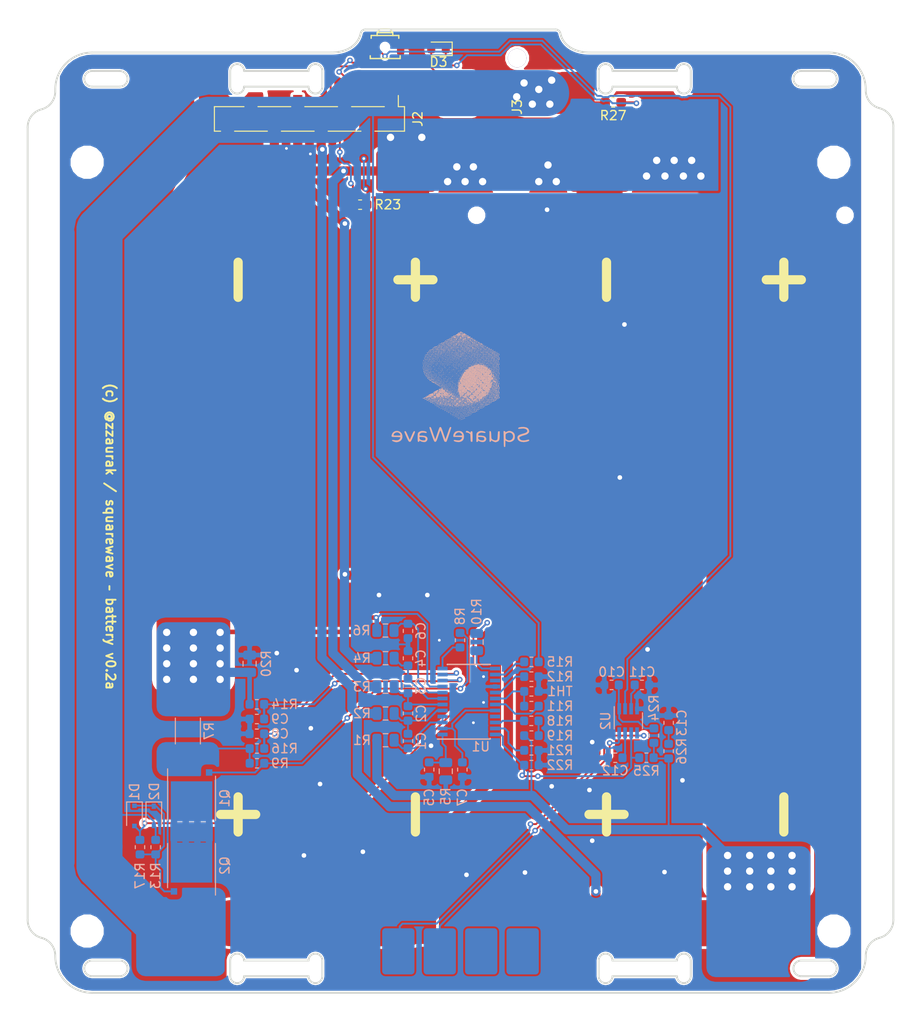
<source format=kicad_pcb>
(kicad_pcb (version 20171130) (host pcbnew "(5.0.1-3-g963ef8bb5)")
  (layers (0 F.Cu signal) (31 B.Cu signal) (34 B.Paste user) (35 F.Paste user) (36 B.SilkS user) (37 F.SilkS user) (38 B.Mask user) (39 F.Mask user) (44 Edge.Cuts user))
  (net 0 "")
  (net 1 GNDA)
  (net 2 "Net-(BT3-Pad1)")
  (net 3 "Net-(C1-Pad2)")
  (net 4 GND)
  (net 5 "Net-(R15-Pad2)")
  (net 6 "Net-(R11-Pad1)")
  (net 7 "Net-(C1-Pad1)")
  (net 8 "Net-(C2-Pad2)")
  (net 9 "Net-(C3-Pad2)")
  (net 10 "Net-(C5-Pad1)")
  (net 11 "Net-(J2-Pad3)")
  (net 12 "Net-(C7-Pad1)")
  (net 13 "Net-(C6-Pad1)")
  (net 14 "Net-(R8-Pad2)")
  (net 15 "Net-(R10-Pad2)")
  (net 16 "Net-(R11-Pad2)")
  (net 17 "Net-(R12-Pad1)")
  (net 18 "Net-(U1-Pad15)")
  (net 19 "Net-(U1-Pad21)")
  (net 20 PACK+)
  (net 21 "Net-(Q1-Pad1)")
  (net 22 "Net-(D1-Pad2)")
  (net 23 PRES)
  (net 24 "Net-(R18-Pad1)")
  (net 25 "Net-(D1-Pad1)")
  (net 26 "Net-(C8-Pad2)")
  (net 27 PACK-)
  (net 28 "Net-(C9-Pad2)")
  (net 29 "Net-(Q1-Pad2)")
  (net 30 "Net-(Q1-Pad3)")
  (net 31 "Net-(BT4-Pad2)")
  (net 32 CTRD)
  (net 33 "Net-(J6-Pad3)")
  (net 34 "Net-(J6-Pad4)")
  (net 35 DCIN_Connected)
  (net 36 CTRC)
  (net 37 "Net-(BT3-Pad2)")
  (net 38 "Net-(SW1-Pad1)")
  (net 39 "Net-(J6-Pad5)")
  (net 40 "Net-(J6-Pad2)")
  (net 41 "Net-(D3-Pad1)")
  (net 42 "Net-(C13-Pad1)")
  (net 43 "Net-(C10-Pad2)")
  (net 44 "Net-(C11-Pad1)")
  (net 45 "Net-(C12-Pad1)")
  (module logos:Logo_Squarewave_Text_15mm_Silks (layer B.Cu) (at 67 54.5 180)
    (fp_text reference LG1 hide)
    (fp_text value Logo_DOT hide)
  )
  (module Package_TO_SOT_SMD:TSOT-23-8 (layer B.Cu) (at 85.2 90.5 270)
    (fp_text reference U2 (at 0 2.45 270) (layer B.SilkS) (effects (justify mirror)))
    (fp_text value LTC2954-TS8)
    (pad 1 smd rect (at -1.31 0.97 270) (size 1.22 0.4) (layers B.Cu B.Paste B.Mask) (net 43 "Net-(C10-Pad2)"))
    (pad 2 smd rect (at -1.31 0.33 270) (size 1.22 0.4) (layers B.Cu B.Paste B.Mask) (net 38 "Net-(SW1-Pad1)"))
    (pad 3 smd rect (at -1.31 -0.33 270) (size 1.22 0.4) (layers B.Cu B.Paste B.Mask) (net 44 "Net-(C11-Pad1)"))
    (pad 4 smd rect (at -1.31 -0.97 270) (size 1.22 0.4) (layers B.Cu B.Paste B.Mask) (net 4 GND))
    (pad 5 smd rect (at 1.31 -0.97 270) (size 1.22 0.4) (layers B.Cu B.Paste B.Mask) (net 40 "Net-(J6-Pad2)"))
    (pad 6 smd rect (at 1.31 -0.33 270) (size 1.22 0.4) (layers B.Cu B.Paste B.Mask) (net 32 CTRD))
    (pad 7 smd rect (at 1.31 0.33 270) (size 1.22 0.4) (layers B.Cu B.Paste B.Mask) (net 45 "Net-(C12-Pad1)"))
    (pad 8 smd rect (at 1.31 0.97 270) (size 1.22 0.4) (layers B.Cu B.Paste B.Mask) (net 33 "Net-(J6-Pad3)"))
  )
  (module MountingHole:MountingHole_3.2mm_M3_ISO14580 (layer F.Cu) (at 107.54 113.3)
    (fp_text reference H4 hide)
    (fp_text value MountingHole hide)
    (pad 1 np_thru_hole circle (at 0 0) (size 3.2 3.2) (drill 3.2) (layers *.Cu *.Mask))
  )
  (module MountingHole:MountingHole_3.2mm_M3_ISO14580 (layer F.Cu) (at 26.46 113.3)
    (fp_text reference H3 hide)
    (fp_text value MountingHole hide)
    (pad 1 np_thru_hole circle (at 0 0) (size 3.2 3.2) (drill 3.2) (layers *.Cu *.Mask))
  )
  (module MountingHole:MountingHole_3.2mm_M3_ISO14580 (layer F.Cu) (at 107.54 29.9)
    (fp_text reference H2 hide)
    (fp_text value MountingHole hide)
    (pad 1 np_thru_hole circle (at 0 0) (size 3.2 3.2) (drill 3.2) (layers *.Cu *.Mask))
  )
  (module MountingHole:MountingHole_3.2mm_M3_ISO14580 (layer F.Cu) (at 26.46 29.9)
    (fp_text reference H1 hide)
    (fp_text value MountingHole hide)
    (pad 1 np_thru_hole circle (at 0 0) (size 3.2 3.2) (drill 3.2) (layers *.Cu *.Mask))
  )
  (module Capacitor_SMD:C_0603_1608Metric (layer B.Cu) (at 83.4 86.6)
    (fp_text reference C10 (at 0.0125 -1.4) (layer B.SilkS) (effects (justify mirror)))
    (fp_text value 100nF)
    (pad 2 smd roundrect (at 0.7875 0) (size 0.875 0.95) (layers B.Cu B.Paste B.Mask) (net 43 "Net-(C10-Pad2)"))
    (pad 1 smd roundrect (at -0.7875 0) (size 0.875 0.95) (layers B.Cu B.Paste B.Mask) (net 4 GND))
  )
  (module Capacitor_SMD:C_0603_1608Metric (layer B.Cu) (at 86.7 86.6)
    (fp_text reference C11 (at 0.0125 -1.4) (layer B.SilkS) (effects (justify mirror)))
    (fp_text value C)
    (pad 2 smd roundrect (at 0.7875 0) (size 0.875 0.95) (layers B.Cu B.Paste B.Mask) (net 4 GND))
    (pad 1 smd roundrect (at -0.7875 0) (size 0.875 0.95) (layers B.Cu B.Paste B.Mask) (net 44 "Net-(C11-Pad1)"))
  )
  (module Capacitor_SMD:C_0603_1608Metric (layer B.Cu) (at 83.8 94.5 180)
    (fp_text reference C12 (at 0 -1.4 180) (layer B.SilkS) (effects (justify mirror)))
    (fp_text value C)
    (pad 2 smd roundrect (at 0.7875 0 180) (size 0.875 0.95) (layers B.Cu B.Paste B.Mask) (net 4 GND))
    (pad 1 smd roundrect (at -0.7875 0 180) (size 0.875 0.95) (layers B.Cu B.Paste B.Mask) (net 45 "Net-(C12-Pad1)"))
  )
  (module Capacitor_SMD:C_0603_1608Metric (layer B.Cu) (at 89.6 90.7125 90)
    (fp_text reference C13 (at 0 1.43 90) (layer B.SilkS) (effects (justify mirror)))
    (fp_text value 10nF)
    (pad 2 smd roundrect (at 0.7875 0 90) (size 0.875 0.95) (layers B.Cu B.Paste B.Mask) (net 4 GND))
    (pad 1 smd roundrect (at -0.7875 0 90) (size 0.875 0.95) (layers B.Cu B.Paste B.Mask) (net 42 "Net-(C13-Pad1)"))
  )
  (module LED_SMD:LED_0603_1608Metric (layer F.Cu) (at 64.6125 17.6 180)
    (fp_text reference D3 (at 0 -1.43 180) (layer F.SilkS))
    (fp_text value "LED, red")
    (pad 2 smd roundrect (at 0.7875 0 180) (size 0.875 0.95) (layers F.Cu F.Paste F.Mask) (net 20 PACK+))
    (pad 1 smd roundrect (at -0.7875 0 180) (size 0.875 0.95) (layers F.Cu F.Paste F.Mask) (net 41 "Net-(D3-Pad1)"))
  )
  (module Resistor_SMD:R_0603_1608Metric (layer B.Cu) (at 88 92.1 270)
    (fp_text reference R24 (at -3 0 270) (layer B.SilkS) (effects (justify mirror)))
    (fp_text value 1K)
    (pad 2 smd roundrect (at 0.7875 0 270) (size 0.875 0.95) (layers B.Cu B.Paste B.Mask) (net 20 PACK+))
    (pad 1 smd roundrect (at -0.7875 0 270) (size 0.875 0.95) (layers B.Cu B.Paste B.Mask) (net 43 "Net-(C10-Pad2)"))
  )
  (module Resistor_SMD:R_0603_1608Metric (layer B.Cu) (at 87.1875 94.5)
    (fp_text reference R25 (at 0 1.43) (layer B.SilkS) (effects (justify mirror)))
    (fp_text value 100K)
    (pad 2 smd roundrect (at 0.7875 0) (size 0.875 0.95) (layers B.Cu B.Paste B.Mask) (net 20 PACK+))
    (pad 1 smd roundrect (at -0.7875 0) (size 0.875 0.95) (layers B.Cu B.Paste B.Mask) (net 32 CTRD))
  )
  (module Resistor_SMD:R_0603_1608Metric (layer B.Cu) (at 89.6 93.7875 270)
    (fp_text reference R26 (at 0.0125 -1.4 270) (layer B.SilkS) (effects (justify mirror)))
    (fp_text value 100K)
    (pad 2 smd roundrect (at 0.7875 0 270) (size 0.875 0.95) (layers B.Cu B.Paste B.Mask) (net 20 PACK+))
    (pad 1 smd roundrect (at -0.7875 0 270) (size 0.875 0.95) (layers B.Cu B.Paste B.Mask) (net 42 "Net-(C13-Pad1)"))
  )
  (module Resistor_SMD:R_0603_1608Metric_Pad1.05x0.95mm_HandSolder (layer F.Cu) (at 83.575 23.4 180)
    (fp_text reference R27 (at 0 -1.43 180) (layer F.SilkS))
    (fp_text value 2k)
    (pad 2 smd roundrect (at 0.875 0 180) (size 1.05 0.95) (layers F.Cu F.Paste F.Mask) (net 27 PACK-))
    (pad 1 smd roundrect (at -0.875 0 180) (size 1.05 0.95) (layers F.Cu F.Paste F.Mask) (net 41 "Net-(D3-Pad1)"))
  )
  (module pkl_buttons_switches:Tact_Switch_Side_Boss_B3U-3000P-B (layer F.Cu) (at 58.8 17.4 90)
    (fp_text reference SW1)
    (fp_text value SW_Push)
    (pad "" np_thru_hole circle (at 0 0) (size 0.75 0.75) (drill 0.75) (layers *.Cu))
    (pad 2 smd roundrect (at 0 1.7) (size 0.8 1.7) (layers F.Cu F.Paste F.Mask) (net 4 GND))
    (pad 1 smd roundrect (at 0 -1.7) (size 0.8 1.7) (layers F.Cu F.Paste F.Mask) (net 38 "Net-(SW1-Pad1)"))
  )
  (module kiss:DC_Jack_PJ-036BH-SMT (layer F.Cu) (at 73.15 15.6 270)
    (fp_text reference J3 (at 8.3 0 270) (layer F.SilkS))
    (fp_text value Barrel_Jack_Switch)
    (pad 1 smd roundrect (at 15.6 0.65 270) (size 3 3.3) (layers F.Cu F.Paste F.Mask) (roundrect_rratio 0.1) (net 20 PACK+))
    (pad 2 smd roundrect (at 6.8 -6.45 270) (size 4.6 3.9) (layers F.Cu F.Paste F.Mask) (roundrect_rratio 0.1) (net 27 PACK-))
    (pad 3 smd roundrect (at 6.8 6.45 270) (size 4.6 3.9) (layers F.Cu F.Paste F.Mask) (roundrect_rratio 0.1) (net 35 DCIN_Connected))
    (pad ~ thru_hole circle (at 3 0 270) (size 2 2) (drill 2) (layers *.Cu *.Mask))
  )
  (module kiss:VSONP-8-1EP_5x6_P1.27mm (layer B.Cu) (at 37.795 106.2 90)
    (fp_text reference Q2 (at 0 3.605 90) (layer B.SilkS) (effects (justify mirror)))
    (fp_text value CSD18534Q5A)
    (pad 3 smd rect (at 0.33 0 90) (size 4.35 4.51) (layers B.Cu B.Mask) (net 30 "Net-(Q1-Pad3)"))
    (pad 1 smd rect (at -2.8 -0.635 90) (size 0.7 0.7) (layers B.Cu B.Paste B.Mask) (net 27 PACK-))
    (pad 1 smd rect (at -2.8 0.635 90) (size 0.7 0.7) (layers B.Cu B.Paste B.Mask) (net 27 PACK-))
    (pad 1 smd rect (at -2.8 1.905 90) (size 0.7 0.7) (layers B.Cu B.Paste B.Mask) (net 27 PACK-))
    (pad 2 smd rect (at -2.8 -1.905 90) (size 0.7 0.7) (layers B.Cu B.Paste B.Mask) (net 25 "Net-(D1-Pad1)"))
    (pad 3 smd rect (at 2.8 -1.905 90) (size 0.7 0.7) (layers B.Cu B.Paste B.Mask) (net 30 "Net-(Q1-Pad3)"))
    (pad 3 smd rect (at 2.8 1.905 90) (size 0.7 0.7) (layers B.Cu B.Paste B.Mask) (net 30 "Net-(Q1-Pad3)"))
    (pad 3 smd rect (at 2.8 0.635 90) (size 0.7 0.7) (layers B.Cu B.Paste B.Mask) (net 30 "Net-(Q1-Pad3)"))
    (pad 3 smd rect (at 2.8 -0.635 90) (size 0.7 0.7) (layers B.Cu B.Paste B.Mask) (net 30 "Net-(Q1-Pad3)"))
  )
  (module kiss:VSONP-8-1EP_5x6_P1.27mm (layer B.Cu) (at 37.8 98.9 270)
    (fp_text reference Q1 (at 0 -3.6 270) (layer B.SilkS) (effects (justify mirror)))
    (fp_text value CSD18534Q5A)
    (pad 3 smd rect (at 0.33 0 270) (size 4.35 4.51) (layers B.Cu B.Mask) (net 30 "Net-(Q1-Pad3)"))
    (pad 1 smd rect (at -2.8 -0.635 270) (size 0.7 0.7) (layers B.Cu B.Paste B.Mask) (net 21 "Net-(Q1-Pad1)"))
    (pad 1 smd rect (at -2.8 0.635 270) (size 0.7 0.7) (layers B.Cu B.Paste B.Mask) (net 21 "Net-(Q1-Pad1)"))
    (pad 1 smd rect (at -2.8 1.905 270) (size 0.7 0.7) (layers B.Cu B.Paste B.Mask) (net 21 "Net-(Q1-Pad1)"))
    (pad 2 smd rect (at -2.8 -1.905 270) (size 0.7 0.7) (layers B.Cu B.Paste B.Mask) (net 29 "Net-(Q1-Pad2)"))
    (pad 3 smd rect (at 2.8 -1.905 270) (size 0.7 0.7) (layers B.Cu B.Paste B.Mask) (net 30 "Net-(Q1-Pad3)"))
    (pad 3 smd rect (at 2.8 1.905 270) (size 0.7 0.7) (layers B.Cu B.Paste B.Mask) (net 30 "Net-(Q1-Pad3)"))
    (pad 3 smd rect (at 2.8 0.635 270) (size 0.7 0.7) (layers B.Cu B.Paste B.Mask) (net 30 "Net-(Q1-Pad3)"))
    (pad 3 smd rect (at 2.8 -0.635 270) (size 0.7 0.7) (layers B.Cu B.Paste B.Mask) (net 30 "Net-(Q1-Pad3)"))
  )
  (module kiss:cube_battery_connector_battside (layer F.Cu) (at 67 115.5)
    (fp_text reference J6)
    (fp_text value Cubebatt_batt)
    (pad 5 smd roundrect (at 6.75 0) (size 3.5 5) (layers B.Cu B.Mask) (roundrect_rratio 0.1) (net 39 "Net-(J6-Pad5)"))
    (pad 1 smd roundrect (at -28.75 0) (size 3.5 5) (layers B.Cu B.Mask) (roundrect_rratio 0.1) (net 27 PACK-))
    (pad 1 smd roundrect (at -33.25 0) (size 3.5 5) (layers B.Cu B.Mask) (roundrect_rratio 0.1) (net 27 PACK-))
    (pad 2 smd roundrect (at -6.75 0) (size 3.5 5) (layers B.Cu B.Mask) (roundrect_rratio 0.1) (net 40 "Net-(J6-Pad2)"))
    (pad 3 smd roundrect (at -2.25 0) (size 3.5 5) (layers B.Cu B.Mask) (roundrect_rratio 0.1) (net 33 "Net-(J6-Pad3)"))
    (pad 4 smd roundrect (at 2.25 0) (size 3.5 5) (layers B.Cu B.Mask) (roundrect_rratio 0.1) (net 34 "Net-(J6-Pad4)"))
    (pad 6 smd roundrect (at 28.75 0) (size 3.5 5) (layers B.Cu B.Mask) (roundrect_rratio 0.1) (net 20 PACK+))
    (pad 6 smd roundrect (at 33.25 0) (size 3.5 5) (layers B.Cu B.Mask) (roundrect_rratio 0.1) (net 20 PACK+))
  )
  (module Resistor_SMD:R_0603_1608Metric (layer B.Cu) (at 74.7 93.7)
    (fp_text reference R21 (at 3.1 0) (layer B.SilkS) (effects (justify mirror)))
    (fp_text value 10K)
    (pad 2 smd roundrect (at 0.7875 0) (size 0.875 0.95) (layers B.Cu B.Paste B.Mask) (net 4 GND))
    (pad 1 smd roundrect (at -0.7875 0) (size 0.875 0.95) (layers B.Cu B.Paste B.Mask) (net 36 CTRC))
  )
  (module Resistor_SMD:R_0603_1608Metric (layer B.Cu) (at 74.7 95.3)
    (fp_text reference R22 (at 3.1 0) (layer B.SilkS) (effects (justify mirror)))
    (fp_text value 10K)
    (pad 2 smd roundrect (at 0.7875 0) (size 0.875 0.95) (layers B.Cu B.Paste B.Mask) (net 4 GND))
    (pad 1 smd roundrect (at -0.7875 0) (size 0.875 0.95) (layers B.Cu B.Paste B.Mask) (net 32 CTRD))
  )
  (module Resistor_SMD:R_0603_1608Metric (layer F.Cu) (at 56.1 34.5)
    (fp_text reference R23 (at 3.0125 0) (layer F.SilkS))
    (fp_text value 10k)
    (pad 2 smd roundrect (at 0.7875 0) (size 0.875 0.95) (layers F.Cu F.Paste F.Mask) (net 20 PACK+))
    (pad 1 smd roundrect (at -0.7875 0) (size 0.875 0.95) (layers F.Cu F.Paste F.Mask) (net 35 DCIN_Connected))
  )
  (module Resistor_SMD:R_0805_2012Metric (layer B.Cu) (at 44.1 84.3 270)
    (fp_text reference R20 (at 0 -1.8 270) (layer B.SilkS) (effects (justify mirror)))
    (fp_text value 0)
    (pad 2 smd roundrect (at 0.9375 0 270) (size 0.975 1.4) (layers B.Cu B.Paste B.Mask) (net 1 GNDA))
    (pad 1 smd roundrect (at -0.9375 0 270) (size 0.975 1.4) (layers B.Cu B.Paste B.Mask) (net 4 GND))
  )
  (module kiss:Battholder_18650x2_BLM (layer F.Cu) (at 71.75 33.15 270)
    (fp_text reference BT4)
    (fp_text value Battery_Cell_2S)
    (fp_text user - (at 9.5 -10.75 270) (layer F.SilkS) (effects (font (size 5 5) (thickness 1))))
    (fp_text user - (at 67.5 -30 270) (layer F.SilkS) (effects (font (size 5 5) (thickness 1))))
    (fp_text user + (at 67.5 -10.75 270) (layer F.SilkS) (effects (font (size 5 5) (thickness 1))))
    (fp_text user + (at 9.5 -30 270) (layer F.SilkS) (effects (font (size 5 5) (thickness 1))))
    (pad "" np_thru_hole circle (at 2.5 -37 270) (size 1.5 1.5) (drill 1.5) (layers *.Cu *.Mask))
    (pad 3 smd roundrect (at 79.3 -10.35 270) (size 4.5 6.5) (layers F.Cu F.Paste F.Mask) (roundrect_rratio 0.1) (net 31 "Net-(BT4-Pad2)"))
    (pad 2 smd roundrect (at 79.3 -29.35 270) (size 4.5 6.5) (layers F.Cu F.Paste F.Mask) (roundrect_rratio 0.1) (net 31 "Net-(BT4-Pad2)"))
    (pad 1 smd roundrect (at -2.3 -29.35 270) (size 4.5 6.5) (layers F.Cu F.Paste F.Mask) (roundrect_rratio 0.1) (net 20 PACK+))
    (pad 4 smd roundrect (at -2.3 -10.35 270) (size 4.5 6.5) (layers F.Cu F.Paste F.Mask) (roundrect_rratio 0.1) (net 2 "Net-(BT3-Pad1)"))
  )
  (module kiss:Battholder_18650x2_BLM (layer F.Cu) (at 31.75 33.15 270)
    (fp_text reference BT3)
    (fp_text value Battery_Cell_2S)
    (fp_text user - (at 9.5 -10.75 270) (layer F.SilkS) (effects (font (size 5 5) (thickness 1))))
    (fp_text user - (at 67.5 -30 270) (layer F.SilkS) (effects (font (size 5 5) (thickness 1))))
    (fp_text user + (at 67.5 -10.75 270) (layer F.SilkS) (effects (font (size 5 5) (thickness 1))))
    (fp_text user + (at 9.5 -30 270) (layer F.SilkS) (effects (font (size 5 5) (thickness 1))))
    (pad "" np_thru_hole circle (at 2.5 -37 270) (size 1.5 1.5) (drill 1.5) (layers *.Cu *.Mask))
    (pad 3 smd roundrect (at 79.3 -10.35 270) (size 4.5 6.5) (layers F.Cu F.Paste F.Mask) (roundrect_rratio 0.1) (net 37 "Net-(BT3-Pad2)"))
    (pad 2 smd roundrect (at 79.3 -29.35 270) (size 4.5 6.5) (layers F.Cu F.Paste F.Mask) (roundrect_rratio 0.1) (net 37 "Net-(BT3-Pad2)"))
    (pad 1 smd roundrect (at -2.3 -29.35 270) (size 4.5 6.5) (layers F.Cu F.Paste F.Mask) (roundrect_rratio 0.1) (net 2 "Net-(BT3-Pad1)"))
    (pad 4 smd roundrect (at -2.3 -10.35 270) (size 4.5 6.5) (layers F.Cu F.Paste F.Mask) (roundrect_rratio 0.1) (net 1 GNDA))
  )
  (module Capacitor_SMD:C_0603_1608Metric (layer B.Cu) (at 44.8875 91.9)
    (fp_text reference C8 (at 2.5125 0) (layer B.SilkS) (effects (justify mirror)))
    (fp_text value 0.1uF)
    (pad 2 smd roundrect (at 0.7875 0) (size 0.875 0.95) (layers B.Cu B.Paste B.Mask) (net 26 "Net-(C8-Pad2)"))
    (pad 1 smd roundrect (at -0.7875 0) (size 0.875 0.95) (layers B.Cu B.Paste B.Mask) (net 4 GND))
  )
  (module Capacitor_SMD:C_0603_1608Metric (layer B.Cu) (at 44.8875 90.3)
    (fp_text reference C9 (at 2.5125 0) (layer B.SilkS) (effects (justify mirror)))
    (fp_text value 0.1uF)
    (pad 2 smd roundrect (at 0.7875 0) (size 0.875 0.95) (layers B.Cu B.Paste B.Mask) (net 28 "Net-(C9-Pad2)"))
    (pad 1 smd roundrect (at -0.7875 0) (size 0.875 0.95) (layers B.Cu B.Paste B.Mask) (net 4 GND))
  )
  (module Diode_SMD:D_SOD-323 (layer B.Cu) (at 33.7 100.8 270)
    (fp_text reference D2 (at -2.65 -0.05 270) (layer B.SilkS) (effects (justify mirror)))
    (fp_text value MMXZ5246B-TP)
    (pad 2 smd rect (at 1.05 0 270) (size 0.6 0.45) (layers B.Cu B.Paste B.Mask) (net 27 PACK-))
    (pad 1 smd rect (at -1.05 0 270) (size 0.6 0.45) (layers B.Cu B.Paste B.Mask) (net 25 "Net-(D1-Pad1)"))
  )
  (module Diode_SMD:D_SOD-323F (layer B.Cu) (at 31.6 100.8 270)
    (fp_text reference D1 (at -2.6 0 270) (layer B.SilkS) (effects (justify mirror)))
    (fp_text value BAS16J,135)
    (pad 2 smd rect (at 1.1 0 270) (size 0.5 0.5) (layers B.Cu B.Paste B.Mask) (net 22 "Net-(D1-Pad2)"))
    (pad 1 smd rect (at -1.1 0 270) (size 0.5 0.5) (layers B.Cu B.Paste B.Mask) (net 25 "Net-(D1-Pad1)"))
  )
  (module Resistor_SMD:R_0603_1608Metric (layer B.Cu) (at 44.9 93.5)
    (fp_text reference R16 (at 3 0) (layer B.SilkS) (effects (justify mirror)))
    (fp_text value 100)
    (pad 2 smd roundrect (at 0.7875 0) (size 0.875 0.95) (layers B.Cu B.Paste B.Mask) (net 26 "Net-(C8-Pad2)"))
    (pad 1 smd roundrect (at -0.7875 0) (size 0.875 0.95) (layers B.Cu B.Paste B.Mask) (net 21 "Net-(Q1-Pad1)"))
  )
  (module Resistor_SMD:R_0603_1608Metric (layer B.Cu) (at 32.2 104.2 270)
    (fp_text reference R17 (at 3.1 0 90) (layer B.SilkS) (effects (justify mirror)))
    (fp_text value 1M)
    (pad 2 smd roundrect (at 0.7875 0 270) (size 0.875 0.95) (layers B.Cu B.Paste B.Mask) (net 25 "Net-(D1-Pad1)"))
    (pad 1 smd roundrect (at -0.7875 0 270) (size 0.875 0.95) (layers B.Cu B.Paste B.Mask) (net 22 "Net-(D1-Pad2)"))
  )
  (module Resistor_SMD:R_0603_1608Metric (layer B.Cu) (at 74.6875 90.5)
    (fp_text reference R18 (at 3.1125 0) (layer B.SilkS) (effects (justify mirror)))
    (fp_text value 10k)
    (pad 2 smd roundrect (at 0.7875 0) (size 0.875 0.95) (layers B.Cu B.Paste B.Mask) (net 23 PRES))
    (pad 1 smd roundrect (at -0.7875 0) (size 0.875 0.95) (layers B.Cu B.Paste B.Mask) (net 24 "Net-(R18-Pad1)"))
  )
  (module Resistor_SMD:R_0603_1608Metric (layer B.Cu) (at 74.7 92.1)
    (fp_text reference R19 (at 3.1 0) (layer B.SilkS) (effects (justify mirror)))
    (fp_text value 10k)
    (pad 2 smd roundrect (at 0.7875 0) (size 0.875 0.95) (layers B.Cu B.Paste B.Mask) (net 23 PRES))
    (pad 1 smd roundrect (at -0.7875 0) (size 0.875 0.95) (layers B.Cu B.Paste B.Mask) (net 20 PACK+))
  )
  (module Resistor_SMD:R_0805_2012Metric (layer B.Cu) (at 58.85 80.7 180)
    (fp_text reference R6 (at 2.6 0 180) (layer B.SilkS) (effects (justify mirror)))
    (fp_text value 1k)
    (pad 2 smd roundrect (at 0.9375 0 180) (size 0.975 1.4) (layers B.Cu B.Paste B.Mask) (net 1 GNDA))
    (pad 1 smd roundrect (at -0.9375 0 180) (size 0.975 1.4) (layers B.Cu B.Paste B.Mask) (net 13 "Net-(C6-Pad1)"))
  )
  (module Resistor_SMD:R_0805_2012Metric (layer B.Cu) (at 58.8625 83.7 180)
    (fp_text reference R4 (at 2.5625 0 180) (layer B.SilkS) (effects (justify mirror)))
    (fp_text value 1k)
    (pad 2 smd roundrect (at 0.9375 0 180) (size 0.975 1.4) (layers B.Cu B.Paste B.Mask) (net 37 "Net-(BT3-Pad2)"))
    (pad 1 smd roundrect (at -0.9375 0 180) (size 0.975 1.4) (layers B.Cu B.Paste B.Mask) (net 9 "Net-(C3-Pad2)"))
  )
  (module Resistor_SMD:R_0805_2012Metric (layer B.Cu) (at 58.8625 86.8 180)
    (fp_text reference R3 (at 2.5625 0 180) (layer B.SilkS) (effects (justify mirror)))
    (fp_text value 1k)
    (pad 2 smd roundrect (at 0.9375 0 180) (size 0.975 1.4) (layers B.Cu B.Paste B.Mask) (net 2 "Net-(BT3-Pad1)"))
    (pad 1 smd roundrect (at -0.9375 0 180) (size 0.975 1.4) (layers B.Cu B.Paste B.Mask) (net 8 "Net-(C2-Pad2)"))
  )
  (module Resistor_SMD:R_0805_2012Metric (layer B.Cu) (at 68.75 81.95 270)
    (fp_text reference R10 (at -3.3 0 270) (layer B.SilkS) (effects (justify mirror)))
    (fp_text value 1k)
    (pad 2 smd roundrect (at 0.9375 0 270) (size 0.975 1.4) (layers B.Cu B.Paste B.Mask) (net 15 "Net-(R10-Pad2)"))
    (pad 1 smd roundrect (at -0.9375 0 270) (size 0.975 1.4) (layers B.Cu B.Paste B.Mask) (net 22 "Net-(D1-Pad2)"))
  )
  (module Resistor_SMD:R_0805_2012Metric (layer B.Cu) (at 58.8625 92.6 180)
    (fp_text reference R1 (at 2.5625 0 180) (layer B.SilkS) (effects (justify mirror)))
    (fp_text value 1k)
    (pad 2 smd roundrect (at 0.9375 0 180) (size 0.975 1.4) (layers B.Cu B.Paste B.Mask) (net 20 PACK+))
    (pad 1 smd roundrect (at -0.9375 0 180) (size 0.975 1.4) (layers B.Cu B.Paste B.Mask) (net 7 "Net-(C1-Pad1)"))
  )
  (module Resistor_SMD:R_0805_2012Metric (layer B.Cu) (at 65.4 95.9625 270)
    (fp_text reference R5 (at 2.7375 0 90) (layer B.SilkS) (effects (justify mirror)))
    (fp_text value 1k)
    (pad 2 smd roundrect (at 0.9375 0 270) (size 0.975 1.4) (layers B.Cu B.Paste B.Mask) (net 20 PACK+))
    (pad 1 smd roundrect (at -0.9375 0 270) (size 0.975 1.4) (layers B.Cu B.Paste B.Mask) (net 10 "Net-(C5-Pad1)"))
  )
  (module Resistor_SMD:R_0805_2012Metric (layer B.Cu) (at 58.8625 89.7 180)
    (fp_text reference R2 (at 2.5625 0 180) (layer B.SilkS) (effects (justify mirror)))
    (fp_text value 1k)
    (pad 2 smd roundrect (at 0.9375 0 180) (size 0.975 1.4) (layers B.Cu B.Paste B.Mask) (net 31 "Net-(BT4-Pad2)"))
    (pad 1 smd roundrect (at -0.9375 0 180) (size 0.975 1.4) (layers B.Cu B.Paste B.Mask) (net 3 "Net-(C1-Pad2)"))
  )
  (module Resistor_SMD:R_2010_5025Metric (layer B.Cu) (at 37.4 91.6 90)
    (fp_text reference R7 (at 0 2.3 90) (layer B.SilkS) (effects (justify mirror)))
    (fp_text value "R0.006 - 1W")
    (pad 2 smd roundrect (at 2.25 0 90) (size 1.35 2.65) (layers B.Cu B.Paste B.Mask) (roundrect_rratio 0.185185) (net 1 GNDA))
    (pad 1 smd roundrect (at -2.25 0 90) (size 1.35 2.65) (layers B.Cu B.Paste B.Mask) (roundrect_rratio 0.185185) (net 21 "Net-(Q1-Pad1)"))
  )
  (module Connector_PinSocket_2.54mm:PinSocket_1x08_P2.54mm_Vertical_SMD_Pin1Left (layer F.Cu) (at 50.6 25.2 270)
    (fp_text reference J2 (at 0 -11.76 270) (layer F.SilkS))
    (fp_text value Conn_01x08_Male)
    (pad 8 smd rect (at 1.65 8.89 270) (size 1.9 1) (layers F.Cu F.Paste F.Mask) (net 1 GNDA))
    (pad 6 smd rect (at 1.65 3.81 270) (size 1.9 1) (layers F.Cu F.Paste F.Mask) (net 37 "Net-(BT3-Pad2)"))
    (pad 4 smd rect (at 1.65 -1.27 270) (size 1.9 1) (layers F.Cu F.Paste F.Mask) (net 31 "Net-(BT4-Pad2)"))
    (pad 2 smd rect (at 1.65 -6.35 270) (size 1.9 1) (layers F.Cu F.Paste F.Mask) (net 20 PACK+))
    (pad 7 smd rect (at -1.65 6.35 270) (size 1.9 1) (layers F.Cu F.Paste F.Mask) (net 1 GNDA))
    (pad 5 smd rect (at -1.65 1.27 270) (size 1.9 1) (layers F.Cu F.Paste F.Mask) (net 2 "Net-(BT3-Pad1)"))
    (pad 3 smd rect (at -1.65 -3.81 270) (size 1.9 1) (layers F.Cu F.Paste F.Mask) (net 11 "Net-(J2-Pad3)"))
    (pad 1 smd rect (at -1.65 -8.89 270) (size 1.9 1) (layers F.Cu F.Paste F.Mask) (net 20 PACK+))
  )
  (module Package_SO:TSSOP-24_4.4x7.8mm_P0.65mm (layer B.Cu) (at 67.9 88.4)
    (fp_text reference U1 (at 1.3 4.9) (layer B.SilkS) (effects (justify mirror)))
    (fp_text value bq77915)
    (pad 24 smd rect (at 2.85 3.575) (size 1.1 0.4) (layers B.Cu B.Paste B.Mask) (net 32 CTRD))
    (pad 23 smd rect (at 2.85 2.925) (size 1.1 0.4) (layers B.Cu B.Paste B.Mask) (net 36 CTRC))
    (pad 22 smd rect (at 2.85 2.275) (size 1.1 0.4) (layers B.Cu B.Paste B.Mask) (net 24 "Net-(R18-Pad1)"))
    (pad 21 smd rect (at 2.85 1.625) (size 1.1 0.4) (layers B.Cu B.Paste B.Mask) (net 19 "Net-(U1-Pad21)"))
    (pad 20 smd rect (at 2.85 0.975) (size 1.1 0.4) (layers B.Cu B.Paste B.Mask) (net 12 "Net-(C7-Pad1)"))
    (pad 19 smd rect (at 2.85 0.325) (size 1.1 0.4) (layers B.Cu B.Paste B.Mask) (net 6 "Net-(R11-Pad1)"))
    (pad 18 smd rect (at 2.85 -0.325) (size 1.1 0.4) (layers B.Cu B.Paste B.Mask) (net 16 "Net-(R11-Pad2)"))
    (pad 17 smd rect (at 2.85 -0.975) (size 1.1 0.4) (layers B.Cu B.Paste B.Mask) (net 17 "Net-(R12-Pad1)"))
    (pad 16 smd rect (at 2.85 -1.625) (size 1.1 0.4) (layers B.Cu B.Paste B.Mask) (net 4 GND))
    (pad 15 smd rect (at 2.85 -2.275) (size 1.1 0.4) (layers B.Cu B.Paste B.Mask) (net 18 "Net-(U1-Pad15)"))
    (pad 14 smd rect (at 2.85 -2.925) (size 1.1 0.4) (layers B.Cu B.Paste B.Mask) (net 5 "Net-(R15-Pad2)"))
    (pad 13 smd rect (at 2.85 -3.575) (size 1.1 0.4) (layers B.Cu B.Paste B.Mask) (net 15 "Net-(R10-Pad2)"))
    (pad 12 smd rect (at -2.85 -3.575) (size 1.1 0.4) (layers B.Cu B.Paste B.Mask) (net 14 "Net-(R8-Pad2)"))
    (pad 11 smd rect (at -2.85 -2.925) (size 1.1 0.4) (layers B.Cu B.Paste B.Mask) (net 26 "Net-(C8-Pad2)"))
    (pad 10 smd rect (at -2.85 -2.275) (size 1.1 0.4) (layers B.Cu B.Paste B.Mask) (net 28 "Net-(C9-Pad2)"))
    (pad 9 smd rect (at -2.85 -1.625) (size 1.1 0.4) (layers B.Cu B.Paste B.Mask) (net 1 GNDA))
    (pad 8 smd rect (at -2.85 -0.975) (size 1.1 0.4) (layers B.Cu B.Paste B.Mask) (net 13 "Net-(C6-Pad1)"))
    (pad 7 smd rect (at -2.85 -0.325) (size 1.1 0.4) (layers B.Cu B.Paste B.Mask) (net 9 "Net-(C3-Pad2)"))
    (pad 6 smd rect (at -2.85 0.325) (size 1.1 0.4) (layers B.Cu B.Paste B.Mask) (net 8 "Net-(C2-Pad2)"))
    (pad 5 smd rect (at -2.85 0.975) (size 1.1 0.4) (layers B.Cu B.Paste B.Mask) (net 3 "Net-(C1-Pad2)"))
    (pad 4 smd rect (at -2.85 1.625) (size 1.1 0.4) (layers B.Cu B.Paste B.Mask) (net 7 "Net-(C1-Pad1)"))
    (pad 3 smd rect (at -2.85 2.275) (size 1.1 0.4) (layers B.Cu B.Paste B.Mask) (net 7 "Net-(C1-Pad1)"))
    (pad 2 smd rect (at -2.85 2.925) (size 1.1 0.4) (layers B.Cu B.Paste B.Mask) (net 12 "Net-(C7-Pad1)"))
    (pad 1 smd rect (at -2.85 3.575) (size 1.1 0.4) (layers B.Cu B.Paste B.Mask) (net 10 "Net-(C5-Pad1)"))
  )
  (module Capacitor_SMD:C_0603_1608Metric (layer B.Cu) (at 61.3 83.7125 270)
    (fp_text reference C4 (at 0 -1.4 270) (layer B.SilkS) (effects (justify mirror)))
    (fp_text value 0.1uF)
    (pad 2 smd roundrect (at 0.7875 0 270) (size 0.875 0.95) (layers B.Cu B.Paste B.Mask) (net 9 "Net-(C3-Pad2)"))
    (pad 1 smd roundrect (at -0.7875 0 270) (size 0.875 0.95) (layers B.Cu B.Paste B.Mask) (net 4 GND))
  )
  (module Capacitor_SMD:C_0603_1608Metric (layer B.Cu) (at 63.6 95.7875 270)
    (fp_text reference C5 (at 3.0125 0 270) (layer B.SilkS) (effects (justify mirror)))
    (fp_text value 1uF)
    (pad 2 smd roundrect (at 0.7875 0 270) (size 0.875 0.95) (layers B.Cu B.Paste B.Mask) (net 4 GND))
    (pad 1 smd roundrect (at -0.7875 0 270) (size 0.875 0.95) (layers B.Cu B.Paste B.Mask) (net 10 "Net-(C5-Pad1)"))
  )
  (module Capacitor_SMD:C_0603_1608Metric (layer B.Cu) (at 61.3 80.75 270)
    (fp_text reference C6 (at 0 -1.4 270) (layer B.SilkS) (effects (justify mirror)))
    (fp_text value 0.1uF)
    (pad 2 smd roundrect (at 0.7875 0 270) (size 0.875 0.95) (layers B.Cu B.Paste B.Mask) (net 4 GND))
    (pad 1 smd roundrect (at -0.7875 0 270) (size 0.875 0.95) (layers B.Cu B.Paste B.Mask) (net 13 "Net-(C6-Pad1)"))
  )
  (module Capacitor_SMD:C_0603_1608Metric (layer B.Cu) (at 67.2 95.7875 270)
    (fp_text reference C7 (at 3.0125 0 270) (layer B.SilkS) (effects (justify mirror)))
    (fp_text value 1uF)
    (pad 2 smd roundrect (at 0.7875 0 270) (size 0.875 0.95) (layers B.Cu B.Paste B.Mask) (net 4 GND))
    (pad 1 smd roundrect (at -0.7875 0 270) (size 0.875 0.95) (layers B.Cu B.Paste B.Mask) (net 12 "Net-(C7-Pad1)"))
  )
  (module Capacitor_SMD:C_0603_1608Metric (layer B.Cu) (at 61.3 89.6875 90)
    (fp_text reference C2 (at -0.0125 1.43 90) (layer B.SilkS) (effects (justify mirror)))
    (fp_text value 0.1uF)
    (pad 2 smd roundrect (at 0.7875 0 90) (size 0.875 0.95) (layers B.Cu B.Paste B.Mask) (net 8 "Net-(C2-Pad2)"))
    (pad 1 smd roundrect (at -0.7875 0 90) (size 0.875 0.95) (layers B.Cu B.Paste B.Mask) (net 3 "Net-(C1-Pad2)"))
  )
  (module Capacitor_SMD:C_0603_1608Metric (layer B.Cu) (at 61.3 86.7125 90)
    (fp_text reference C3 (at 0.0125 1.4 90) (layer B.SilkS) (effects (justify mirror)))
    (fp_text value 0.1uF)
    (pad 2 smd roundrect (at 0.7875 0 90) (size 0.875 0.95) (layers B.Cu B.Paste B.Mask) (net 9 "Net-(C3-Pad2)"))
    (pad 1 smd roundrect (at -0.7875 0 90) (size 0.875 0.95) (layers B.Cu B.Paste B.Mask) (net 8 "Net-(C2-Pad2)"))
  )
  (module Capacitor_SMD:C_0603_1608Metric (layer B.Cu) (at 61.3 92.6875 90)
    (fp_text reference C1 (at 0 1.43 90) (layer B.SilkS) (effects (justify mirror)))
    (fp_text value 0.1uF)
    (pad 2 smd roundrect (at 0.7875 0 90) (size 0.875 0.95) (layers B.Cu B.Paste B.Mask) (net 3 "Net-(C1-Pad2)"))
    (pad 1 smd roundrect (at -0.7875 0 90) (size 0.875 0.95) (layers B.Cu B.Paste B.Mask) (net 7 "Net-(C1-Pad1)"))
  )
  (module Resistor_SMD:R_0603_1608Metric (layer B.Cu) (at 66.95 81.75 270)
    (fp_text reference R8 (at -2.6 0 270) (layer B.SilkS) (effects (justify mirror)))
    (fp_text value 4k5)
    (pad 2 smd roundrect (at 0.7875 0 270) (size 0.875 0.95) (layers B.Cu B.Paste B.Mask) (net 14 "Net-(R8-Pad2)"))
    (pad 1 smd roundrect (at -0.7875 0 270) (size 0.875 0.95) (layers B.Cu B.Paste B.Mask) (net 29 "Net-(Q1-Pad2)"))
  )
  (module Resistor_SMD:R_0603_1608Metric (layer B.Cu) (at 44.9 95.1 180)
    (fp_text reference R9 (at -2.5 0 180) (layer B.SilkS) (effects (justify mirror)))
    (fp_text value 1M)
    (pad 2 smd roundrect (at 0.7875 0 180) (size 0.875 0.95) (layers B.Cu B.Paste B.Mask) (net 21 "Net-(Q1-Pad1)"))
    (pad 1 smd roundrect (at -0.7875 0 180) (size 0.875 0.95) (layers B.Cu B.Paste B.Mask) (net 29 "Net-(Q1-Pad2)"))
  )
  (module Resistor_SMD:R_0603_1608Metric (layer B.Cu) (at 74.7 88.9 180)
    (fp_text reference R11 (at -3.1 0 180) (layer B.SilkS) (effects (justify mirror)))
    (fp_text value 10k)
    (pad 2 smd roundrect (at 0.7875 0 180) (size 0.875 0.95) (layers B.Cu B.Paste B.Mask) (net 16 "Net-(R11-Pad2)"))
    (pad 1 smd roundrect (at -0.7875 0 180) (size 0.875 0.95) (layers B.Cu B.Paste B.Mask) (net 6 "Net-(R11-Pad1)"))
  )
  (module Resistor_SMD:R_0603_1608Metric (layer B.Cu) (at 74.7 85.7)
    (fp_text reference R12 (at 3.1 0) (layer B.SilkS) (effects (justify mirror)))
    (fp_text value 100k)
    (pad 2 smd roundrect (at 0.7875 0) (size 0.875 0.95) (layers B.Cu B.Paste B.Mask) (net 4 GND))
    (pad 1 smd roundrect (at -0.7875 0) (size 0.875 0.95) (layers B.Cu B.Paste B.Mask) (net 17 "Net-(R12-Pad1)"))
  )
  (module Resistor_SMD:R_0603_1608Metric (layer B.Cu) (at 33.9 104.2 90)
    (fp_text reference R13 (at -3.1 0 90) (layer B.SilkS) (effects (justify mirror)))
    (fp_text value 1M)
    (pad 2 smd roundrect (at 0.7875 0 90) (size 0.875 0.95) (layers B.Cu B.Paste B.Mask) (net 27 PACK-))
    (pad 1 smd roundrect (at -0.7875 0 90) (size 0.875 0.95) (layers B.Cu B.Paste B.Mask) (net 25 "Net-(D1-Pad1)"))
  )
  (module Resistor_SMD:R_0603_1608Metric (layer B.Cu) (at 44.8875 88.7)
    (fp_text reference R14 (at 3.0125 0) (layer B.SilkS) (effects (justify mirror)))
    (fp_text value 100)
    (pad 2 smd roundrect (at 0.7875 0) (size 0.875 0.95) (layers B.Cu B.Paste B.Mask) (net 28 "Net-(C9-Pad2)"))
    (pad 1 smd roundrect (at -0.7875 0) (size 0.875 0.95) (layers B.Cu B.Paste B.Mask) (net 1 GNDA))
  )
  (module Resistor_SMD:R_0603_1608Metric (layer B.Cu) (at 74.7 84.1 180)
    (fp_text reference R15 (at -3.1 0 180) (layer B.SilkS) (effects (justify mirror)))
    (fp_text value 470K)
    (pad 2 smd roundrect (at 0.7875 0 180) (size 0.875 0.95) (layers B.Cu B.Paste B.Mask) (net 5 "Net-(R15-Pad2)"))
    (pad 1 smd roundrect (at -0.7875 0 180) (size 0.875 0.95) (layers B.Cu B.Paste B.Mask) (net 27 PACK-))
  )
  (module Resistor_SMD:R_0603_1608Metric (layer B.Cu) (at 74.7 87.3 180)
    (fp_text reference TH1 (at -3.1 0 180) (layer B.SilkS) (effects (justify mirror)))
    (fp_text value "103AT 10k")
    (pad 2 smd roundrect (at 0.7875 0 180) (size 0.875 0.95) (layers B.Cu B.Paste B.Mask) (net 16 "Net-(R11-Pad2)"))
    (pad 1 smd roundrect (at -0.7875 0 180) (size 0.875 0.95) (layers B.Cu B.Paste B.Mask) (net 4 GND))
  )
  (gr_text "(c) @zzaurak / squarewave – battery v0.2a" (at 29 70.5 270) (layer F.SilkS) (effects (font (size 1 1) (thickness 0.2))))
  (gr_line (start 54.42052 17.773115) (end 54.354983 17.795521) (layer Edge.Cuts) (width 0.2))
  (gr_line (start 54.484987 17.749652) (end 54.42052 17.773115) (layer Edge.Cuts) (width 0.2))
  (gr_line (start 55.764139 16.819723) (end 55.729796 16.865179) (layer Edge.Cuts) (width 0.2))
  (gr_line (start 55.797234 16.773634) (end 55.764139 16.819723) (layer Edge.Cuts) (width 0.2))
  (gr_line (start 77.922978 16.229314) (end 77.905375 16.176845) (layer Edge.Cuts) (width 0.2))
  (gr_line (start 78.342607 16.954127) (end 78.305788 16.909986) (layer Edge.Cuts) (width 0.2))
  (gr_line (start 78.0066 16.434581) (end 77.983726 16.383987) (layer Edge.Cuts) (width 0.2))
  (gr_line (start 78.58908 17.204126) (end 78.544992 17.164306) (layer Edge.Cuts) (width 0.2))
  (gr_line (start 78.111035 16.63172) (end 78.082998 16.583252) (layer Edge.Cuts) (width 0.2))
  (gr_line (start 79.579481 17.773115) (end 79.515013 17.749652) (layer Edge.Cuts) (width 0.2))
  (gr_line (start 56.037839 16.332901) (end 56.016274 16.383987) (layer Edge.Cuts) (width 0.2))
  (gr_line (start 56.058091 16.281338) (end 56.037839 16.332901) (layer Edge.Cuts) (width 0.2))
  (gr_line (start 78.72845 17.318873) (end 78.680816 17.281425) (layer Edge.Cuts) (width 0.2))
  (gr_line (start 79.515013 17.749652) (end 79.451621 17.725146) (layer Edge.Cuts) (width 0.2))
  (gr_line (start 78.056242 16.534229) (end 78.030774 16.484667) (layer Edge.Cuts) (width 0.2))
  (gr_line (start 77.905375 16.176845) (end 77.889105 16.123947) (layer Edge.Cuts) (width 0.2))
  (gr_line (start 78.634357 17.243171) (end 78.58908 17.204126) (layer Edge.Cuts) (width 0.2))
  (gr_line (start 78.502098 17.123726) (end 78.460407 17.082403) (layer Edge.Cuts) (width 0.2))
  (gr_line (start 56.077022 16.229314) (end 56.058091 16.281338) (layer Edge.Cuts) (width 0.2))
  (gr_line (start 56.139406 16.016924) (end 56.125824 16.070634) (layer Edge.Cuts) (width 0.2))
  (gr_line (start 79.711618 17.816853) (end 79.645018 17.795521) (layer Edge.Cuts) (width 0.2))
  (gr_line (start 55.365643 17.243171) (end 55.319185 17.281425) (layer Edge.Cuts) (width 0.2))
  (gr_line (start 55.41092 17.204126) (end 55.365643 17.243171) (layer Edge.Cuts) (width 0.2))
  (gr_line (start 78.202766 16.773634) (end 78.170926 16.726926) (layer Edge.Cuts) (width 0.2))
  (gr_line (start 79.328092 17.67307) (end 79.267968 17.645532) (layer Edge.Cuts) (width 0.2))
  (gr_line (start 55.539594 17.082402) (end 55.497902 17.123726) (layer Edge.Cuts) (width 0.2))
  (gr_line (start 55.580077 17.040351) (end 55.539594 17.082402) (layer Edge.Cuts) (width 0.2))
  (gr_line (start 78.419923 17.040351) (end 78.380655 16.997587) (layer Edge.Cuts) (width 0.2))
  (gr_line (start 77.889105 16.123947) (end 77.874176 16.070634) (layer Edge.Cuts) (width 0.2))
  (gr_line (start 78.777252 17.355499) (end 78.72845 17.318873) (layer Edge.Cuts) (width 0.2))
  (gr_line (start 55.993401 16.434581) (end 55.969227 16.484667) (layer Edge.Cuts) (width 0.2))
  (gr_line (start 56.016274 16.383987) (end 55.993401 16.434581) (layer Edge.Cuts) (width 0.2))
  (gr_line (start 78.082998 16.583252) (end 78.056242 16.534229) (layer Edge.Cuts) (width 0.2))
  (gr_line (start 77.941909 16.281338) (end 77.922978 16.229314) (layer Edge.Cuts) (width 0.2))
  (gr_line (start 79.451621 17.725146) (end 79.389312 17.699613) (layer Edge.Cuts) (width 0.2))
  (gr_line (start 78.827216 17.391286) (end 78.777252 17.355499) (layer Edge.Cuts) (width 0.2))
  (gr_line (start 54.961439 17.525741) (end 54.905764 17.557103) (layer Edge.Cuts) (width 0.2))
  (gr_line (start 55.015985 17.493463) (end 54.961439 17.525741) (layer Edge.Cuts) (width 0.2))
  (gr_line (start 78.544992 17.164306) (end 78.502098 17.123726) (layer Edge.Cuts) (width 0.2))
  (gr_line (start 55.455008 17.164306) (end 55.41092 17.204126) (layer Edge.Cuts) (width 0.2))
  (gr_line (start 55.497902 17.123726) (end 55.455008 17.164306) (layer Edge.Cuts) (width 0.2))
  (gr_line (start 79.208946 17.617014) (end 79.151033 17.587532) (layer Edge.Cuts) (width 0.2))
  (gr_line (start 78.984015 17.493463) (end 78.930605 17.460284) (layer Edge.Cuts) (width 0.2))
  (gr_line (start 77.962161 16.332901) (end 77.941909 16.281338) (layer Edge.Cuts) (width 0.2))
  (gr_line (start 79.094236 17.557103) (end 79.038561 17.525741) (layer Edge.Cuts) (width 0.2))
  (gr_line (start 79.038561 17.525741) (end 78.984015 17.493463) (layer Edge.Cuts) (width 0.2))
  (gr_arc (start 56.654034 16) (end 56.654034 15.5) (angle -79.4404855) (layer Edge.Cuts) (width 0.2))
  (gr_line (start 78.170926 16.726926) (end 78.140347 16.679616) (layer Edge.Cuts) (width 0.2))
  (gr_line (start 78.305788 16.909986) (end 78.270204 16.865179) (layer Edge.Cuts) (width 0.2))
  (gr_line (start 78.680816 17.281425) (end 78.634357 17.243171) (layer Edge.Cuts) (width 0.2))
  (gr_line (start 78.878336 17.42622) (end 78.827216 17.391286) (layer Edge.Cuts) (width 0.2))
  (gr_line (start 55.271551 17.318873) (end 55.222748 17.355498) (layer Edge.Cuts) (width 0.2))
  (gr_line (start 55.319185 17.281425) (end 55.271551 17.318873) (layer Edge.Cuts) (width 0.2))
  (gr_line (start 78.930605 17.460284) (end 78.878336 17.42622) (layer Edge.Cuts) (width 0.2))
  (gr_line (start 77.848366 15.962831) (end 77.837499 15.908372) (layer Edge.Cuts) (width 0.2))
  (gr_line (start 56.151634 15.962831) (end 56.139406 16.016924) (layer Edge.Cuts) (width 0.2))
  (gr_line (start 79.151033 17.587532) (end 79.094236 17.557103) (layer Edge.Cuts) (width 0.2))
  (gr_line (start 80.207017 17.934794) (end 80.133163 17.921418) (layer Edge.Cuts) (width 0.2))
  (gr_line (start 80.060326 17.906858) (end 79.988512 17.89113) (layer Edge.Cuts) (width 0.2))
  (gr_line (start 79.847979 17.856233) (end 79.779273 17.837096) (layer Edge.Cuts) (width 0.2))
  (gr_line (start 81 18) (end 80.833642 17.997308) (layer Edge.Cuts) (width 0.2))
  (gr_line (start 79.917727 17.87425) (end 79.847979 17.856233) (layer Edge.Cuts) (width 0.2))
  (gr_line (start 54.671908 17.67307) (end 54.610688 17.699613) (layer Edge.Cuts) (width 0.2))
  (gr_line (start 54.732033 17.645532) (end 54.671908 17.67307) (layer Edge.Cuts) (width 0.2))
  (gr_line (start 107 18) (end 81 18) (layer Edge.Cuts) (width 0.2))
  (gr_line (start 53.866837 17.921418) (end 53.792984 17.934794) (layer Edge.Cuts) (width 0.2))
  (gr_line (start 53.939674 17.906858) (end 53.866837 17.921418) (layer Edge.Cuts) (width 0.2))
  (gr_line (start 54.288383 17.816853) (end 54.220727 17.837096) (layer Edge.Cuts) (width 0.2))
  (gr_line (start 54.354983 17.795521) (end 54.288383 17.816853) (layer Edge.Cuts) (width 0.2))
  (gr_line (start 80.28188 17.946971) (end 80.207017 17.934794) (layer Edge.Cuts) (width 0.2))
  (gr_line (start 110.999444 22.133333) (end 110.999444 21.933333) (layer Edge.Cuts) (width 0.2))
  (gr_line (start 78.270204 16.865179) (end 78.235861 16.819723) (layer Edge.Cuts) (width 0.2))
  (gr_line (start 55.694212 16.909986) (end 55.657393 16.954127) (layer Edge.Cuts) (width 0.2))
  (gr_line (start 55.729796 16.865179) (end 55.694212 16.909986) (layer Edge.Cuts) (width 0.2))
  (gr_line (start 77.874176 16.070634) (end 77.860594 16.016924) (layer Edge.Cuts) (width 0.2))
  (gr_line (start 55.829075 16.726926) (end 55.797234 16.773634) (layer Edge.Cuts) (width 0.2))
  (gr_line (start 55.859654 16.679616) (end 55.829075 16.726926) (layer Edge.Cuts) (width 0.2))
  (gr_line (start 79.389312 17.699613) (end 79.328092 17.67307) (layer Edge.Cuts) (width 0.2))
  (gr_line (start 78.235861 16.819723) (end 78.202766 16.773634) (layer Edge.Cuts) (width 0.2))
  (gr_line (start 55.069396 17.460284) (end 55.015985 17.493463) (layer Edge.Cuts) (width 0.2))
  (gr_line (start 55.121664 17.426219) (end 55.069396 17.460284) (layer Edge.Cuts) (width 0.2))
  (gr_line (start 55.943758 16.534229) (end 55.917002 16.583252) (layer Edge.Cuts) (width 0.2))
  (gr_line (start 55.969227 16.484667) (end 55.943758 16.534229) (layer Edge.Cuts) (width 0.2))
  (gr_line (start 55.888965 16.631719) (end 55.859654 16.679616) (layer Edge.Cuts) (width 0.2))
  (gr_line (start 55.917002 16.583252) (end 55.888965 16.631719) (layer Edge.Cuts) (width 0.2))
  (gr_line (start 77.860594 16.016924) (end 77.848366 15.962831) (layer Edge.Cuts) (width 0.2))
  (gr_line (start 77.345966 15.5) (end 56.654034 15.5) (layer Edge.Cuts) (width 0.2))
  (gr_line (start 55.172784 17.391286) (end 55.121664 17.426219) (layer Edge.Cuts) (width 0.2))
  (gr_line (start 55.222748 17.355498) (end 55.172784 17.391286) (layer Edge.Cuts) (width 0.2))
  (gr_line (start 79.267968 17.645532) (end 79.208946 17.617014) (layer Edge.Cuts) (width 0.2))
  (gr_line (start 54.905764 17.557103) (end 54.848967 17.587532) (layer Edge.Cuts) (width 0.2))
  (gr_line (start 78.140347 16.679616) (end 78.111035 16.63172) (layer Edge.Cuts) (width 0.2))
  (gr_line (start 56.110895 16.123947) (end 56.094625 16.176845) (layer Edge.Cuts) (width 0.2))
  (gr_arc (start 77.345966 16) (end 77.837499 15.908372) (angle -79.4404855) (layer Edge.Cuts) (width 0.2))
  (gr_line (start 55.619346 16.997587) (end 55.580077 17.040351) (layer Edge.Cuts) (width 0.2))
  (gr_line (start 55.657393 16.954127) (end 55.619346 16.997587) (layer Edge.Cuts) (width 0.2))
  (gr_line (start 77.983726 16.383987) (end 77.962161 16.332901) (layer Edge.Cuts) (width 0.2))
  (gr_line (start 78.380655 16.997587) (end 78.342607 16.954127) (layer Edge.Cuts) (width 0.2))
  (gr_line (start 56.125824 16.070634) (end 56.110895 16.123947) (layer Edge.Cuts) (width 0.2))
  (gr_line (start 79.645018 17.795521) (end 79.579481 17.773115) (layer Edge.Cuts) (width 0.2))
  (gr_line (start 78.460407 17.082403) (end 78.419923 17.040351) (layer Edge.Cuts) (width 0.2))
  (gr_line (start 56.094625 16.176845) (end 56.077022 16.229314) (layer Edge.Cuts) (width 0.2))
  (gr_line (start 56.162501 15.908372) (end 56.151634 15.962831) (layer Edge.Cuts) (width 0.2))
  (gr_line (start 78.030774 16.484667) (end 78.0066 16.434581) (layer Edge.Cuts) (width 0.2))
  (gr_line (start 53.487537 17.976149) (end 53.328888 17.989316) (layer Edge.Cuts) (width 0.2))
  (gr_line (start 53.642254 17.957933) (end 53.487537 17.976149) (layer Edge.Cuts) (width 0.2))
  (gr_line (start 54.548379 17.725146) (end 54.484987 17.749652) (layer Edge.Cuts) (width 0.2))
  (gr_line (start 54.610688 17.699613) (end 54.548379 17.725146) (layer Edge.Cuts) (width 0.2))
  (gr_line (start 80.833642 17.997308) (end 80.671112 17.989316) (layer Edge.Cuts) (width 0.2))
  (gr_line (start 80.671112 17.989316) (end 80.512463 17.976149) (layer Edge.Cuts) (width 0.2))
  (gr_line (start 53.166358 17.997308) (end 53 18) (layer Edge.Cuts) (width 0.2))
  (gr_line (start 53.328888 17.989316) (end 53.166358 17.997308) (layer Edge.Cuts) (width 0.2))
  (gr_line (start 54.152021 17.856233) (end 54.082273 17.87425) (layer Edge.Cuts) (width 0.2))
  (gr_line (start 54.220727 17.837096) (end 54.152021 17.856233) (layer Edge.Cuts) (width 0.2))
  (gr_arc (start 112 25.973199) (end 114 25.973198) (angle -75.53479968) (layer Edge.Cuts) (width 0.2))
  (gr_line (start 79.779273 17.837096) (end 79.711618 17.816853) (layer Edge.Cuts) (width 0.2))
  (gr_line (start 54.011489 17.89113) (end 53.939674 17.906858) (layer Edge.Cuts) (width 0.2))
  (gr_line (start 54.082273 17.87425) (end 54.011489 17.89113) (layer Edge.Cuts) (width 0.2))
  (gr_line (start 23 22.2) (end 23 22.227017) (layer Edge.Cuts) (width 0.2))
  (gr_line (start 23 22) (end 23 22.2) (layer Edge.Cuts) (width 0.2))
  (gr_arc (start 22 26.1) (end 21.5 24.163508) (angle -75.52248781) (layer Edge.Cuts) (width 0.2))
  (gr_arc (start 21 22.227016) (end 21.5 24.163508) (angle -75.52247108) (layer Edge.Cuts) (width 0.2))
  (gr_line (start 54.791054 17.617014) (end 54.732033 17.645532) (layer Edge.Cuts) (width 0.2))
  (gr_line (start 54.848967 17.587532) (end 54.791054 17.617014) (layer Edge.Cuts) (width 0.2))
  (gr_line (start 80.512463 17.976149) (end 80.357747 17.957933) (layer Edge.Cuts) (width 0.2))
  (gr_arc (start 27 22) (end 27 18) (angle -90) (layer Edge.Cuts) (width 0.2))
  (gr_line (start 53 18) (end 27 18) (layer Edge.Cuts) (width 0.2))
  (gr_arc (start 107 22) (end 110.999444 21.933333) (angle -89.04502613) (layer Edge.Cuts) (width 0.2))
  (gr_line (start 80.357747 17.957933) (end 80.28188 17.946971) (layer Edge.Cuts) (width 0.2))
  (gr_line (start 80.133163 17.921418) (end 80.060326 17.906858) (layer Edge.Cuts) (width 0.2))
  (gr_line (start 53.71812 17.946971) (end 53.642254 17.957933) (layer Edge.Cuts) (width 0.2))
  (gr_line (start 53.792984 17.934794) (end 53.71812 17.946971) (layer Edge.Cuts) (width 0.2))
  (gr_arc (start 112.999167 22.1) (end 110.999444 22.133333) (angle -74.57984254) (layer Edge.Cuts) (width 0.2))
  (gr_line (start 79.988512 17.89113) (end 79.917727 17.87425) (layer Edge.Cuts) (width 0.2))
  (gr_line (start 27 120) (end 107 120) (layer Edge.Cuts) (width 0.2))
  (gr_line (start 111 116) (end 111 115.972983) (layer Edge.Cuts) (width 0.2))
  (gr_arc (start 111.999999 112.099999) (end 112.5 114.036492) (angle -75.52245435) (layer Edge.Cuts) (width 0.2))
  (gr_line (start 114 112.1) (end 114 25.973198) (layer Edge.Cuts) (width 0.2))
  (gr_line (start 20 26.1) (end 20 112.1) (layer Edge.Cuts) (width 0.2))
  (gr_arc (start 22.000001 112.099999) (end 20 112.1) (angle -75.52245435) (layer Edge.Cuts) (width 0.2))
  (gr_line (start 23 115.972983) (end 23 116) (layer Edge.Cuts) (width 0.2))
  (gr_line (start 30 21.7) (end 26.999999 21.7) (layer Edge.Cuts) (width 0.2))
  (gr_line (start 26.999999 20) (end 30 20) (layer Edge.Cuts) (width 0.2))
  (gr_line (start 50.5 118.2) (end 43.5 118.2) (layer Edge.Cuts) (width 0.2))
  (gr_line (start 42 118.2) (end 42 116.5) (layer Edge.Cuts) (width 0.2))
  (gr_line (start 43.5 116.5) (end 50.5 116.5) (layer Edge.Cuts) (width 0.2))
  (gr_line (start 52 116.5) (end 52 118.2) (layer Edge.Cuts) (width 0.2))
  (gr_line (start 30 118.2) (end 26.999999 118.2) (layer Edge.Cuts) (width 0.2))
  (gr_line (start 26.999999 116.5) (end 30 116.5) (layer Edge.Cuts) (width 0.2))
  (gr_line (start 104 116.5) (end 107.000001 116.5) (layer Edge.Cuts) (width 0.2))
  (gr_line (start 107.000001 118.2) (end 104 118.2) (layer Edge.Cuts) (width 0.2))
  (gr_line (start 82 118.2) (end 82 116.5) (layer Edge.Cuts) (width 0.2))
  (gr_line (start 83.5 116.5) (end 90.5 116.5) (layer Edge.Cuts) (width 0.2))
  (gr_line (start 92 116.5) (end 92 118.2) (layer Edge.Cuts) (width 0.2))
  (gr_line (start 90.5 118.2) (end 83.5 118.2) (layer Edge.Cuts) (width 0.2))
  (gr_line (start 83.5 20) (end 90.5 20) (layer Edge.Cuts) (width 0.2))
  (gr_line (start 92 20) (end 92 21.7) (layer Edge.Cuts) (width 0.2))
  (gr_line (start 90.5 21.7) (end 83.5 21.7) (layer Edge.Cuts) (width 0.2))
  (gr_line (start 82 21.7) (end 82 20) (layer Edge.Cuts) (width 0.2))
  (gr_line (start 104 20) (end 107.000001 20) (layer Edge.Cuts) (width 0.2))
  (gr_line (start 107.000001 21.7) (end 104 21.7) (layer Edge.Cuts) (width 0.2))
  (gr_line (start 52 20) (end 52 21.7) (layer Edge.Cuts) (width 0.2))
  (gr_line (start 50.5 21.7) (end 43.5 21.7) (layer Edge.Cuts) (width 0.2))
  (gr_line (start 42 21.7) (end 42 20) (layer Edge.Cuts) (width 0.2))
  (gr_line (start 43.5 20) (end 50.5 20) (layer Edge.Cuts) (width 0.2))
  (gr_arc (start 51.25 20) (end 52 20) (angle -180) (layer Edge.Cuts) (width 0.2))
  (gr_arc (start 42.75 20) (end 43.5 20) (angle -180) (layer Edge.Cuts) (width 0.2))
  (gr_arc (start 42.75 21.7) (end 42 21.7) (angle -180) (layer Edge.Cuts) (width 0.2))
  (gr_arc (start 51.25 21.7) (end 50.5 21.7) (angle -180) (layer Edge.Cuts) (width 0.2))
  (gr_arc (start 104 20.85) (end 104 20) (angle -180) (layer Edge.Cuts) (width 0.2))
  (gr_arc (start 107.000001 20.85) (end 107.000001 21.7) (angle -180) (layer Edge.Cuts) (width 0.2))
  (gr_arc (start 82.75 21.7) (end 82 21.7) (angle -180) (layer Edge.Cuts) (width 0.2))
  (gr_arc (start 91.25 21.7) (end 90.5 21.7) (angle -180) (layer Edge.Cuts) (width 0.2))
  (gr_arc (start 91.25 20) (end 92 20) (angle -180) (layer Edge.Cuts) (width 0.2))
  (gr_arc (start 82.75 20) (end 83.5 20) (angle -180) (layer Edge.Cuts) (width 0.2))
  (gr_arc (start 82.75 118.2) (end 82 118.2) (angle -180) (layer Edge.Cuts) (width 0.2))
  (gr_arc (start 91.25 118.2) (end 90.5 118.2) (angle -180) (layer Edge.Cuts) (width 0.2))
  (gr_arc (start 91.25 116.5) (end 92 116.5) (angle -180) (layer Edge.Cuts) (width 0.2))
  (gr_arc (start 82.75 116.5) (end 83.5 116.5) (angle -180) (layer Edge.Cuts) (width 0.2))
  (gr_arc (start 107.000001 117.35) (end 107.000001 118.2) (angle -180) (layer Edge.Cuts) (width 0.2))
  (gr_arc (start 104 117.35) (end 104 116.5) (angle -180) (layer Edge.Cuts) (width 0.2))
  (gr_arc (start 30 117.35) (end 30 118.2) (angle -180) (layer Edge.Cuts) (width 0.2))
  (gr_arc (start 26.999999 117.35) (end 26.999999 116.5) (angle -180) (layer Edge.Cuts) (width 0.2))
  (gr_arc (start 51.25 118.2) (end 50.5 118.2) (angle -180) (layer Edge.Cuts) (width 0.2))
  (gr_arc (start 26.999999 20.85) (end 26.999999 20) (angle -180) (layer Edge.Cuts) (width 0.2))
  (gr_arc (start 27 116) (end 23 116) (angle -90) (layer Edge.Cuts) (width 0.2))
  (gr_arc (start 30 20.85) (end 30 21.7) (angle -180) (layer Edge.Cuts) (width 0.2))
  (gr_arc (start 20.999999 115.972984) (end 23 115.972983) (angle -75.52245435) (layer Edge.Cuts) (width 0.2))
  (gr_arc (start 51.25 116.5) (end 52 116.5) (angle -180) (layer Edge.Cuts) (width 0.2))
  (gr_arc (start 42.75 116.5) (end 43.5 116.5) (angle -180) (layer Edge.Cuts) (width 0.2))
  (gr_arc (start 42.75 118.2) (end 42 118.2) (angle -180) (layer Edge.Cuts) (width 0.2))
  (gr_arc (start 106.999999 115.999999) (end 107 120) (angle -89.99998068) (layer Edge.Cuts) (width 0.2))
  (gr_arc (start 113 115.972983) (end 112.5 114.036492) (angle -75.52248781) (layer Edge.Cuts) (width 0.2))
  (segment (start 43.95 88.85) (end 44.1 88.7) (width 0.25) (layer B.Cu) (net 1))
  (via (at 35.1 82.6) (size 1.6) (drill 0.8) (layers F.Cu B.Cu) (net 1))
  (via (at 35.1 84.3) (size 1.6) (drill 0.8) (layers F.Cu B.Cu) (net 1))
  (via (at 35.1 86) (size 1.6) (drill 0.8) (layers F.Cu B.Cu) (net 1))
  (via (at 38 84.3) (size 1.6) (drill 0.8) (layers F.Cu B.Cu) (net 1))
  (via (at 38 86) (size 1.6) (drill 0.8) (layers F.Cu B.Cu) (net 1))
  (via (at 38 82.6) (size 1.6) (drill 0.8) (layers F.Cu B.Cu) (net 1))
  (via (at 40.9 84.3) (size 1.6) (drill 0.8) (layers F.Cu B.Cu) (net 1))
  (via (at 40.9 86) (size 1.6) (drill 0.8) (layers F.Cu B.Cu) (net 1))
  (via (at 40.9 82.6) (size 1.6) (drill 0.8) (layers F.Cu B.Cu) (net 1))
  (via (at 40.9 80.9) (size 1.6) (drill 0.8) (layers F.Cu B.Cu) (net 1))
  (via (at 35.1 80.9) (size 1.6) (drill 0.8) (layers F.Cu B.Cu) (net 1))
  (via (at 38 80.9) (size 1.6) (drill 0.8) (layers F.Cu B.Cu) (net 1))
  (segment (start 41.6625 85.2375) (end 40.9 86) (width 1) (layer B.Cu) (net 1))
  (segment (start 44.1 85.2375) (end 41.6625 85.2375) (width 1) (layer B.Cu) (net 1))
  (segment (start 44.1 85.2375) (end 44.1 88.7) (width 0.5) (layer B.Cu) (net 1))
  (segment (start 57.9125 79.3875) (end 57.9125 80.7) (width 0.2) (layer B.Cu) (net 1))
  (segment (start 58.4 78.9) (end 57.9125 79.3875) (width 0.2) (layer B.Cu) (net 1))
  (segment (start 63.4 86.5) (end 63.4 80) (width 0.2) (layer B.Cu) (net 1))
  (segment (start 62.3 78.9) (end 58.4 78.9) (width 0.2) (layer B.Cu) (net 1))
  (segment (start 63.4 80) (end 62.3 78.9) (width 0.2) (layer B.Cu) (net 1))
  (segment (start 63.675 86.775) (end 63.4 86.5) (width 0.2) (layer B.Cu) (net 1))
  (segment (start 65.05 86.775) (end 63.675 86.775) (width 0.2) (layer B.Cu) (net 1))
  (segment (start 57.9125 79.3625) (end 57.85 79.3) (width 0.5) (layer B.Cu) (net 1))
  (segment (start 57.9125 80.7) (end 57.9125 79.3625) (width 0.5) (layer B.Cu) (net 1))
  (via (at 57.85 79.3) (size 0.6) (drill 0.3) (layers F.Cu B.Cu) (net 1))
  (segment (start 40.9 80.9) (end 40.950001 80.849999) (width 0.5) (layer F.Cu) (net 1))
  (segment (start 40.950001 80.849999) (end 55.500001 80.849999) (width 0.5) (layer F.Cu) (net 1))
  (segment (start 55.500001 80.849999) (end 57.05 79.3) (width 0.5) (layer F.Cu) (net 1))
  (segment (start 57.05 79.3) (end 57.85 79.3) (width 0.5) (layer F.Cu) (net 1))
  (segment (start 49.33 23.55) (end 49.33 28.47) (width 1) (layer F.Cu) (net 2))
  (segment (start 61.1 30.85) (end 61.1 35.7) (width 5) (layer F.Cu) (net 2))
  (segment (start 61.1 35.7) (end 65.5 40.1) (width 5) (layer F.Cu) (net 2))
  (segment (start 65.5 40.1) (end 79.6 40.1) (width 5) (layer F.Cu) (net 2))
  (segment (start 82.1 37.6) (end 82.1 30.85) (width 5) (layer F.Cu) (net 2))
  (segment (start 79.6 40.1) (end 82.1 37.6) (width 5) (layer F.Cu) (net 2))
  (via (at 54.3 30.85) (size 1) (drill 0.5) (layers F.Cu B.Cu) (net 2))
  (segment (start 54.3 30.85) (end 61.1 30.85) (width 1) (layer F.Cu) (net 2))
  (segment (start 56.8 86.8) (end 53.149998 83.149998) (width 1) (layer B.Cu) (net 2))
  (segment (start 53.149998 83.149998) (end 53.149998 32.000002) (width 1) (layer B.Cu) (net 2))
  (segment (start 57.925 86.8) (end 56.8 86.8) (width 1) (layer B.Cu) (net 2))
  (segment (start 53.149998 32.000002) (end 54.3 30.85) (width 1) (layer B.Cu) (net 2))
  (segment (start 50.85 30.85) (end 54.3 30.85) (width 1) (layer F.Cu) (net 2))
  (segment (start 49.33 29.33) (end 50.85 30.85) (width 1) (layer F.Cu) (net 2))
  (segment (start 49.33 28.47) (end 49.33 29.33) (width 1) (layer F.Cu) (net 2))
  (segment (start 61.3 91.9) (end 61.3 90.475) (width 0.2) (layer B.Cu) (net 3))
  (segment (start 60.575 90.475) (end 59.8 89.7) (width 0.2) (layer B.Cu) (net 3))
  (segment (start 61.3 90.475) (end 60.575 90.475) (width 0.2) (layer B.Cu) (net 3))
  (segment (start 64.459301 89.375) (end 65.05 89.375) (width 0.2) (layer B.Cu) (net 3))
  (segment (start 63.359301 90.475) (end 64.459301 89.375) (width 0.2) (layer B.Cu) (net 3))
  (segment (start 61.3 90.475) (end 63.359301 90.475) (width 0.2) (layer B.Cu) (net 3))
  (via (at 56.4 104.7) (size 1) (drill 0.5) (layers F.Cu B.Cu) (net 4))
  (via (at 81.3 103.5) (size 1) (drill 0.5) (layers F.Cu B.Cu) (net 4))
  (via (at 81.3 92.8) (size 1) (drill 0.5) (layers F.Cu B.Cu) (net 4))
  (via (at 81 98) (size 1) (drill 0.5) (layers F.Cu B.Cu) (net 4))
  (via (at 69.5 88.5) (size 0.6) (drill 0.3) (layers F.Cu B.Cu) (net 4))
  (via (at 69.5 85.7) (size 0.6) (drill 0.3) (layers F.Cu B.Cu) (net 4))
  (via (at 63.8 93.2) (size 1) (drill 0.5) (layers F.Cu B.Cu) (net 4))
  (segment (start 44.1 91.1) (end 44.1 90.3) (width 0.25) (layer B.Cu) (net 4))
  (segment (start 44.1 91.9) (end 44.1 91.1) (width 0.25) (layer B.Cu) (net 4))
  (via (at 49.2 85) (size 1) (drill 0.5) (layers F.Cu B.Cu) (net 4))
  (via (at 68.4 90.7) (size 0.6) (drill 0.3) (layers F.Cu B.Cu) (net 4))
  (via (at 47.05 83.15) (size 1) (drill 0.5) (layers F.Cu B.Cu) (net 4))
  (via (at 64.7 81.75) (size 0.6) (drill 0.3) (layers F.Cu B.Cu) (net 4))
  (via (at 50.75 91.3) (size 1) (drill 0.5) (layers F.Cu B.Cu) (net 4))
  (via (at 51.75 97.35) (size 1) (drill 0.5) (layers F.Cu B.Cu) (net 4))
  (via (at 63.4 76.85) (size 1) (drill 0.5) (layers F.Cu B.Cu) (net 4))
  (via (at 58.15 76.85) (size 1) (drill 0.5) (layers F.Cu B.Cu) (net 4))
  (via (at 50 105.1) (size 1) (drill 0.5) (layers F.Cu B.Cu) (net 4))
  (via (at 74 106.95) (size 1) (drill 0.5) (layers F.Cu B.Cu) (net 4))
  (via (at 67.65 107.2) (size 1) (drill 0.5) (layers F.Cu B.Cu) (net 4))
  (via (at 89.15 106.9) (size 1) (drill 0.5) (layers F.Cu B.Cu) (net 4))
  (via (at 91.1 96.95) (size 1) (drill 0.5) (layers F.Cu B.Cu) (net 4))
  (via (at 84.3 64.1) (size 1) (drill 0.5) (layers F.Cu B.Cu) (net 4))
  (via (at 84.8 47.5) (size 1) (drill 0.5) (layers F.Cu B.Cu) (net 4))
  (segment (start 61.3 81.5375) (end 61.3 82.2) (width 0.2) (layer B.Cu) (net 4))
  (segment (start 61.3 82.2) (end 59.55 82.2) (width 0.2) (layer B.Cu) (net 4))
  (via (at 76.4 35.05) (size 1) (drill 0.5) (layers F.Cu B.Cu) (net 4))
  (via (at 76.9 97.6) (size 1) (drill 0.5) (layers F.Cu B.Cu) (net 4))
  (via (at 87.309532 82.746873) (size 1) (drill 0.5) (layers F.Cu B.Cu) (net 4))
  (via (at 50.7 29) (size 0.6) (drill 0.3) (layers F.Cu B.Cu) (net 4))
  (via (at 48.1 28.4) (size 0.6) (drill 0.3) (layers F.Cu B.Cu) (net 4))
  (segment (start 70.75 85.475) (end 71.825 85.475) (width 0.2) (layer B.Cu) (net 5))
  (segment (start 73 84.3) (end 73.9125 84.3) (width 0.2) (layer B.Cu) (net 5))
  (segment (start 71.825 85.475) (end 73 84.3) (width 0.2) (layer B.Cu) (net 5))
  (segment (start 70.925 88.725) (end 70.75 88.725) (width 0.2) (layer B.Cu) (net 6))
  (segment (start 71 88.8) (end 70.925 88.725) (width 0.2) (layer B.Cu) (net 6))
  (segment (start 74.66251 89.72499) (end 75.4875 88.9) (width 0.2) (layer B.Cu) (net 6))
  (segment (start 72.92499 89.72499) (end 74.66251 89.72499) (width 0.2) (layer B.Cu) (net 6))
  (segment (start 71.9 88.7) (end 72.92499 89.72499) (width 0.2) (layer B.Cu) (net 6))
  (segment (start 70.8 88.7) (end 71.9 88.7) (width 0.2) (layer B.Cu) (net 6))
  (segment (start 65.05 90.025) (end 65.05 90.675) (width 0.2) (layer B.Cu) (net 7))
  (segment (start 65.05 90.675) (end 63.725 90.675) (width 0.2) (layer B.Cu) (net 7))
  (segment (start 63.725 90.675) (end 62.4 92) (width 0.2) (layer B.Cu) (net 7))
  (segment (start 62.4 92) (end 62.4 93.1) (width 0.2) (layer B.Cu) (net 7))
  (segment (start 62.025 93.475) (end 61.3 93.475) (width 0.2) (layer B.Cu) (net 7))
  (segment (start 62.4 93.1) (end 62.025 93.475) (width 0.2) (layer B.Cu) (net 7))
  (segment (start 60.675 93.475) (end 59.8 92.6) (width 0.2) (layer B.Cu) (net 7))
  (segment (start 61.3 93.475) (end 60.675 93.475) (width 0.2) (layer B.Cu) (net 7))
  (segment (start 61.475 88.725) (end 61.3 88.9) (width 0.2) (layer B.Cu) (net 8))
  (segment (start 65.05 88.725) (end 61.475 88.725) (width 0.2) (layer B.Cu) (net 8))
  (segment (start 61.3 87.5) (end 61.3 88.9) (width 0.2) (layer B.Cu) (net 8))
  (segment (start 60.5 87.5) (end 59.8 86.8) (width 0.2) (layer B.Cu) (net 8))
  (segment (start 61.3 87.5) (end 60.5 87.5) (width 0.2) (layer B.Cu) (net 8))
  (segment (start 61.3 85.925) (end 61.3 84.5) (width 0.2) (layer B.Cu) (net 9))
  (segment (start 60.6 84.5) (end 59.8 83.7) (width 0.2) (layer B.Cu) (net 9))
  (segment (start 61.3 84.5) (end 60.6 84.5) (width 0.2) (layer B.Cu) (net 9))
  (segment (start 62.475 87.1) (end 61.3 85.925) (width 0.2) (layer B.Cu) (net 9))
  (segment (start 63.45 88.075) (end 62.475 87.1) (width 0.2) (layer B.Cu) (net 9))
  (segment (start 65.05 88.075) (end 63.45 88.075) (width 0.2) (layer B.Cu) (net 9))
  (segment (start 63.625 95.025) (end 63.6 95) (width 0.2) (layer B.Cu) (net 10))
  (segment (start 65.4 95.025) (end 63.625 95.025) (width 0.2) (layer B.Cu) (net 10))
  (segment (start 65.4 95.025) (end 65.4 93.3) (width 0.2) (layer B.Cu) (net 10))
  (segment (start 65.05 92.95) (end 65.05 91.975) (width 0.2) (layer B.Cu) (net 10))
  (segment (start 65.4 93.3) (end 65.05 92.95) (width 0.2) (layer B.Cu) (net 10))
  (segment (start 65.05 91.325) (end 66.125 91.325) (width 0.2) (layer B.Cu) (net 12))
  (segment (start 66.125 91.325) (end 66.4 91.6) (width 0.2) (layer B.Cu) (net 12))
  (segment (start 66.4 91.6) (end 66.4 93.2) (width 0.2) (layer B.Cu) (net 12))
  (segment (start 67.2 94) (end 67.2 95) (width 0.2) (layer B.Cu) (net 12))
  (segment (start 66.4 93.2) (end 67.2 94) (width 0.2) (layer B.Cu) (net 12))
  (segment (start 66.1 90.8) (end 66.1 91.3) (width 0.2) (layer B.Cu) (net 12))
  (segment (start 70.75 89.375) (end 70.225043 89.375) (width 0.2) (layer B.Cu) (net 12))
  (segment (start 67.525 89.375) (end 66.1 90.8) (width 0.2) (layer B.Cu) (net 12))
  (segment (start 70.75 89.375) (end 67.525 89.375) (width 0.2) (layer B.Cu) (net 12))
  (segment (start 62.4 80.5) (end 61.8625 79.9625) (width 0.2) (layer B.Cu) (net 13))
  (segment (start 62.4 86.3) (end 62.4 80.5) (width 0.2) (layer B.Cu) (net 13))
  (segment (start 63.525 87.425) (end 62.4 86.3) (width 0.2) (layer B.Cu) (net 13))
  (segment (start 61.8625 79.9625) (end 61.3 79.9625) (width 0.2) (layer B.Cu) (net 13))
  (segment (start 65.05 87.425) (end 63.525 87.425) (width 0.2) (layer B.Cu) (net 13))
  (segment (start 60.525 79.9625) (end 59.7875 80.7) (width 0.2) (layer B.Cu) (net 13))
  (segment (start 61.3 79.9625) (end 60.525 79.9625) (width 0.2) (layer B.Cu) (net 13))
  (segment (start 66.1625 82.5375) (end 66.95 82.5375) (width 0.2) (layer B.Cu) (net 14))
  (segment (start 65.05 83.65) (end 66.1625 82.5375) (width 0.2) (layer B.Cu) (net 14))
  (segment (start 65.05 84.825) (end 65.05 83.65) (width 0.2) (layer B.Cu) (net 14))
  (segment (start 69.325 84.825) (end 70.75 84.825) (width 0.2) (layer B.Cu) (net 15))
  (segment (start 68.75 84.25) (end 69.325 84.825) (width 0.2) (layer B.Cu) (net 15))
  (segment (start 68.75 82.8875) (end 68.75 84.25) (width 0.2) (layer B.Cu) (net 15))
  (segment (start 72.7 87.3) (end 73.9125 87.3) (width 0.2) (layer B.Cu) (net 16))
  (segment (start 71.925 88.075) (end 72.7 87.3) (width 0.2) (layer B.Cu) (net 16))
  (segment (start 70.75 88.075) (end 71.925 88.075) (width 0.2) (layer B.Cu) (net 16))
  (segment (start 73.9125 87.3) (end 73.9125 88.9) (width 0.2) (layer B.Cu) (net 16))
  (segment (start 73 85.7) (end 71.275 87.425) (width 0.2) (layer B.Cu) (net 17))
  (segment (start 71.275 87.425) (end 70.75 87.425) (width 0.2) (layer B.Cu) (net 17))
  (segment (start 73.725 85.7) (end 73 85.7) (width 0.2) (layer B.Cu) (net 17))
  (segment (start 73.925 85.9) (end 73.725 85.7) (width 0.2) (layer B.Cu) (net 17))
  (via (at 75.5 32) (size 1.6) (drill 0.8) (layers F.Cu B.Cu) (net 20))
  (via (at 66.6 30.4) (size 1.6) (drill 0.8) (layers F.Cu B.Cu) (net 20))
  (segment (start 57.925 92.6) (end 57.9 92.625) (width 1) (layer B.Cu) (net 20))
  (via (at 96 105.1) (size 1.6) (drill 0.8) (layers F.Cu B.Cu) (net 20))
  (via (at 98.4 105.1) (size 1.6) (drill 0.8) (layers F.Cu B.Cu) (net 20))
  (via (at 100.7 105.1) (size 1.6) (drill 0.8) (layers F.Cu B.Cu) (net 20))
  (via (at 96 106.8) (size 1.6) (drill 0.8) (layers F.Cu B.Cu) (net 20))
  (via (at 96 108.5) (size 1.6) (drill 0.8) (layers F.Cu B.Cu) (net 20))
  (via (at 98.4 106.8) (size 1.6) (drill 0.8) (layers F.Cu B.Cu) (net 20))
  (via (at 98.4 108.5) (size 1.6) (drill 0.8) (layers F.Cu B.Cu) (net 20))
  (via (at 100.7 106.8) (size 1.6) (drill 0.8) (layers F.Cu B.Cu) (net 20))
  (via (at 100.7 108.5) (size 1.6) (drill 0.8) (layers F.Cu B.Cu) (net 20))
  (via (at 103 105.1) (size 1.6) (drill 0.8) (layers F.Cu B.Cu) (net 20))
  (via (at 103 108.5) (size 1.6) (drill 0.8) (layers F.Cu B.Cu) (net 20))
  (via (at 103 106.8) (size 1.6) (drill 0.8) (layers F.Cu B.Cu) (net 20))
  (segment (start 57.925 92.6) (end 57.925 96.725) (width 1) (layer B.Cu) (net 20))
  (segment (start 57.925 96.725) (end 59.8 98.6) (width 1) (layer B.Cu) (net 20))
  (segment (start 93.199999 102.299999) (end 96 105.1) (width 1) (layer B.Cu) (net 20))
  (segment (start 74.823998 98.6) (end 78.523997 102.299999) (width 1) (layer B.Cu) (net 20))
  (segment (start 65.4 96.9) (end 65.4 98.5) (width 0.5) (layer B.Cu) (net 20))
  (segment (start 65.4 98.5) (end 65.5 98.6) (width 0.5) (layer B.Cu) (net 20))
  (segment (start 65.5 98.6) (end 74.823998 98.6) (width 1) (layer B.Cu) (net 20))
  (segment (start 59.8 98.6) (end 65.5 98.6) (width 1) (layer B.Cu) (net 20))
  (segment (start 73.9125 92.1) (end 74 92.1) (width 0.2) (layer B.Cu) (net 20))
  (segment (start 74.7 98.476002) (end 74.823998 98.6) (width 0.2) (layer B.Cu) (net 20))
  (segment (start 74.7 92.8) (end 74.7 98.476002) (width 0.2) (layer B.Cu) (net 20))
  (segment (start 74 92.1) (end 74.7 92.8) (width 0.2) (layer B.Cu) (net 20))
  (segment (start 56.8875 32.9875) (end 56.7 32.8) (width 0.2) (layer F.Cu) (net 20))
  (via (at 56.7 32.8) (size 0.6) (drill 0.3) (layers F.Cu B.Cu) (net 20))
  (segment (start 56.8875 34.5) (end 56.8875 32.9875) (width 0.2) (layer F.Cu) (net 20))
  (via (at 56.5 29.5) (size 0.6) (drill 0.3) (layers F.Cu B.Cu) (net 20))
  (segment (start 56.5 32.6) (end 56.5 29.5) (width 0.2) (layer B.Cu) (net 20))
  (segment (start 56.7 32.8) (end 56.5 32.6) (width 0.2) (layer B.Cu) (net 20))
  (via (at 87.2 31.4) (size 1.6) (drill 0.8) (layers F.Cu B.Cu) (net 20))
  (via (at 89.2 31.4) (size 1.6) (drill 0.8) (layers F.Cu B.Cu) (net 20))
  (via (at 91.2 31.4) (size 1.6) (drill 0.8) (layers F.Cu B.Cu) (net 20))
  (via (at 77.4 32) (size 1.6) (drill 0.8) (layers F.Cu B.Cu) (net 20))
  (via (at 65.6 32) (size 1.6) (drill 0.8) (layers F.Cu B.Cu) (net 20))
  (via (at 67.5 32) (size 1.6) (drill 0.8) (layers F.Cu B.Cu) (net 20))
  (via (at 69.4 32) (size 1.6) (drill 0.8) (layers F.Cu B.Cu) (net 20))
  (via (at 90.2 29.7) (size 1.6) (drill 0.8) (layers F.Cu B.Cu) (net 20))
  (via (at 92.1 29.7) (size 1.6) (drill 0.8) (layers F.Cu B.Cu) (net 20))
  (via (at 59.4 27.2) (size 1.6) (drill 0.8) (layers F.Cu B.Cu) (net 20))
  (via (at 62.8 27.2) (size 1.6) (drill 0.8) (layers F.Cu B.Cu) (net 20))
  (via (at 93.1 31.4) (size 1.6) (drill 0.8) (layers F.Cu B.Cu) (net 20))
  (via (at 88.3 29.7) (size 1.6) (drill 0.8) (layers F.Cu B.Cu) (net 20))
  (via (at 68.4 30.4) (size 1.6) (drill 0.8) (layers F.Cu B.Cu) (net 20))
  (via (at 76.5 30.2) (size 1.6) (drill 0.8) (layers F.Cu B.Cu) (net 20))
  (segment (start 88 94.475) (end 87.975 94.5) (width 0.2) (layer B.Cu) (net 20))
  (segment (start 88 92.8875) (end 88 94.475) (width 0.2) (layer B.Cu) (net 20))
  (segment (start 88.05 94.575) (end 87.975 94.5) (width 0.2) (layer B.Cu) (net 20))
  (segment (start 89.6 94.575) (end 88.05 94.575) (width 0.2) (layer B.Cu) (net 20))
  (segment (start 89.6 94.575) (end 89.6 102.099999) (width 0.2) (layer B.Cu) (net 20))
  (segment (start 89.6 102.099999) (end 89.8 102.299999) (width 0.2) (layer B.Cu) (net 20))
  (segment (start 89.8 102.299999) (end 93.199999 102.299999) (width 1) (layer B.Cu) (net 20))
  (segment (start 78.523997 102.299999) (end 89.8 102.299999) (width 1) (layer B.Cu) (net 20))
  (segment (start 59.49 23.55) (end 57.35 23.55) (width 0.2) (layer F.Cu) (net 20))
  (via (at 53.824272 20.10001) (size 0.6) (drill 0.3) (layers F.Cu B.Cu) (net 20))
  (segment (start 57.35 23.55) (end 53.90001 20.10001) (width 0.2) (layer F.Cu) (net 20))
  (segment (start 53.90001 20.10001) (end 53.824272 20.10001) (width 0.2) (layer F.Cu) (net 20))
  (segment (start 53.824272 20.024272) (end 53.824272 20.10001) (width 0.2) (layer B.Cu) (net 20))
  (via (at 55 18.848544) (size 0.6) (drill 0.3) (layers F.Cu B.Cu) (net 20))
  (segment (start 55 18.848544) (end 53.824272 20.024272) (width 0.2) (layer B.Cu) (net 20))
  (segment (start 63.2 19.1) (end 55.251456 19.1) (width 0.2) (layer F.Cu) (net 20))
  (segment (start 55.251456 19.1) (end 55 18.848544) (width 0.2) (layer F.Cu) (net 20))
  (segment (start 63.825 18.475) (end 63.2 19.1) (width 0.2) (layer F.Cu) (net 20))
  (segment (start 63.825 17.6) (end 63.825 18.475) (width 0.2) (layer F.Cu) (net 20))
  (segment (start 43.9625 93.35) (end 44.1125 93.5) (width 0.25) (layer B.Cu) (net 21))
  (segment (start 44.1125 95.1) (end 44.1125 93.5) (width 0.2) (layer B.Cu) (net 21))
  (segment (start 37.75 93.5) (end 37.4 93.85) (width 0.2) (layer B.Cu) (net 21))
  (segment (start 44.1125 93.5) (end 37.75 93.5) (width 0.2) (layer B.Cu) (net 21))
  (segment (start 32.2 102.5) (end 31.6 101.9) (width 0.2) (layer B.Cu) (net 22))
  (segment (start 32.2 103.4125) (end 32.2 102.5) (width 0.2) (layer B.Cu) (net 22))
  (via (at 32.7 101.6) (size 0.6) (drill 0.3) (layers F.Cu B.Cu) (net 22))
  (segment (start 32.7 101.6) (end 32.7 101.9) (width 0.2) (layer B.Cu) (net 22))
  (segment (start 32.2 102.4) (end 32.2 102.5) (width 0.2) (layer B.Cu) (net 22))
  (segment (start 32.7 101.9) (end 32.2 102.4) (width 0.2) (layer B.Cu) (net 22))
  (segment (start 32.7 101.6) (end 54.138004 101.6) (width 0.2) (layer F.Cu) (net 22))
  (segment (start 54.138004 101.6) (end 68.400002 87.338002) (width 0.2) (layer F.Cu) (net 22))
  (via (at 69.9 79.85) (size 0.6) (drill 0.3) (layers F.Cu B.Cu) (net 22))
  (segment (start 68.400002 81.349998) (end 69.9 79.85) (width 0.2) (layer F.Cu) (net 22))
  (segment (start 68.400002 87.338002) (end 68.400002 81.349998) (width 0.2) (layer F.Cu) (net 22))
  (segment (start 69.9 79.8625) (end 68.75 81.0125) (width 0.2) (layer B.Cu) (net 22))
  (segment (start 69.9 79.85) (end 69.9 79.8625) (width 0.2) (layer B.Cu) (net 22))
  (segment (start 75.475 92.0875) (end 75.4875 92.1) (width 0.2) (layer B.Cu) (net 23))
  (segment (start 75.475 90.5) (end 75.475 92.0875) (width 0.2) (layer B.Cu) (net 23))
  (segment (start 71.390002 90.675) (end 70.75 90.675) (width 0.2) (layer B.Cu) (net 24))
  (segment (start 71.565002 90.5) (end 71.390002 90.675) (width 0.2) (layer B.Cu) (net 24))
  (segment (start 73.9 90.5) (end 71.565002 90.5) (width 0.2) (layer B.Cu) (net 24))
  (segment (start 34.842642 109) (end 34.421321 108.578679) (width 0.2) (layer B.Cu) (net 25))
  (segment (start 35.89 109) (end 34.842642 109) (width 0.2) (layer B.Cu) (net 25))
  (segment (start 33.65 99.7) (end 33.7 99.75) (width 0.2) (layer B.Cu) (net 25))
  (segment (start 31.6 99.7) (end 33.65 99.7) (width 0.2) (layer B.Cu) (net 25))
  (segment (start 32.2 104.9875) (end 33.9 104.9875) (width 0.2) (layer B.Cu) (net 25))
  (segment (start 34.421321 108.578679) (end 34.421321 106.721321) (width 0.2) (layer B.Cu) (net 25))
  (segment (start 33.9 106.2) (end 33.9 104.9875) (width 0.2) (layer B.Cu) (net 25))
  (segment (start 34.421321 106.721321) (end 33.9 106.2) (width 0.2) (layer B.Cu) (net 25))
  (segment (start 33.7 99.75) (end 33.95 99.75) (width 0.2) (layer B.Cu) (net 25))
  (segment (start 33.95 99.75) (end 34.8 100.6) (width 0.2) (layer B.Cu) (net 25))
  (segment (start 34.8 104.0875) (end 33.9 104.9875) (width 0.2) (layer B.Cu) (net 25))
  (segment (start 34.8 100.6) (end 34.8 104.0875) (width 0.2) (layer B.Cu) (net 25))
  (segment (start 45.6875 91.9125) (end 45.675 91.9) (width 0.25) (layer B.Cu) (net 26))
  (segment (start 45.6875 93.5) (end 45.6875 91.9125) (width 0.25) (layer B.Cu) (net 26))
  (via (at 46.8 91.9) (size 0.6) (drill 0.3) (layers F.Cu B.Cu) (net 26))
  (segment (start 46.8 91.9) (end 45.675 91.9) (width 0.2) (layer B.Cu) (net 26))
  (segment (start 65.05 85.475) (end 66.388667 85.475) (width 0.2) (layer B.Cu) (net 26))
  (via (at 66.553773 85.309894) (size 0.6) (drill 0.3) (layers F.Cu B.Cu) (net 26))
  (segment (start 46.8 91.9) (end 46.9 91.9) (width 0.2) (layer F.Cu) (net 26))
  (segment (start 46.9 91.9) (end 53.400001 85.399999) (width 0.2) (layer F.Cu) (net 26))
  (segment (start 53.400001 85.399999) (end 66.463668 85.399999) (width 0.2) (layer F.Cu) (net 26))
  (segment (start 66.463668 85.399999) (end 66.553773 85.309894) (width 0.2) (layer F.Cu) (net 26))
  (segment (start 66.388667 85.475) (end 66.553773 85.309894) (width 0.2) (layer B.Cu) (net 26))
  (segment (start 27.8 104.160002) (end 27.8 106.2) (width 5) (layer B.Cu) (net 27))
  (segment (start 27.8 106.2) (end 33.3 111.7) (width 5) (layer B.Cu) (net 27))
  (segment (start 33.9 102.05) (end 33.7 101.85) (width 0.2) (layer B.Cu) (net 27))
  (segment (start 33.9 103.4125) (end 33.9 102.05) (width 0.2) (layer B.Cu) (net 27))
  (segment (start 33.7 101.85) (end 33.7 101.4) (width 0.2) (layer B.Cu) (net 27))
  (segment (start 33 100.7) (end 27.8 100.7) (width 0.2) (layer B.Cu) (net 27))
  (segment (start 33.7 101.4) (end 33 100.7) (width 0.2) (layer B.Cu) (net 27))
  (segment (start 27.8 100.7) (end 27.8 104.160002) (width 5) (layer B.Cu) (net 27))
  (segment (start 79.1 22.4) (end 74.2 22.4) (width 4.5) (layer F.Cu) (net 27))
  (via (at 73.9 21.3) (size 1.6) (drill 0.8) (layers F.Cu B.Cu) (net 27))
  (via (at 73.1 22.8) (size 1.6) (drill 0.8) (layers F.Cu B.Cu) (net 27))
  (via (at 74.8 23.6) (size 1.6) (drill 0.8) (layers F.Cu B.Cu) (net 27))
  (via (at 75.5 22) (size 1.6) (drill 0.8) (layers F.Cu B.Cu) (net 27))
  (via (at 76.7 23.6) (size 1.6) (drill 0.8) (layers F.Cu B.Cu) (net 27))
  (via (at 76.9 21) (size 1.6) (drill 0.8) (layers F.Cu B.Cu) (net 27))
  (segment (start 57.75 23.75) (end 62.6 23.75) (width 0.2) (layer B.Cu) (net 27))
  (segment (start 57.5 61.9) (end 57.5 24) (width 0.2) (layer B.Cu) (net 27))
  (segment (start 57.5 24) (end 57.75 23.75) (width 0.2) (layer B.Cu) (net 27))
  (segment (start 75.4875 79.8875) (end 57.5 61.9) (width 0.2) (layer B.Cu) (net 27))
  (segment (start 75.4875 84.3) (end 75.4875 79.8875) (width 0.2) (layer B.Cu) (net 27))
  (segment (start 80.6 23.4) (end 79.6 22.4) (width 0.2) (layer F.Cu) (net 27))
  (segment (start 27.8 100.7) (end 27.8 37.2) (width 5) (layer B.Cu) (net 27))
  (segment (start 55.964286 22.4) (end 76.3 22.4) (width 5) (layer B.Cu) (net 27))
  (segment (start 53.064286 25.3) (end 55.964286 22.4) (width 5) (layer B.Cu) (net 27))
  (segment (start 27.8 37.2) (end 39.7 25.3) (width 5) (layer B.Cu) (net 27))
  (segment (start 39.7 25.3) (end 53.064286 25.3) (width 5) (layer B.Cu) (net 27))
  (segment (start 82.7 23.4) (end 80.6 23.4) (width 0.2) (layer F.Cu) (net 27))
  (segment (start 45.675 90.3) (end 45.675 88.7) (width 0.25) (layer B.Cu) (net 28))
  (segment (start 66.840649 86.1) (end 66.918953 86.021696) (width 0.2) (layer B.Cu) (net 28))
  (segment (start 65.05 86.125) (end 65.075 86.1) (width 0.2) (layer B.Cu) (net 28))
  (segment (start 65.075 86.1) (end 66.840649 86.1) (width 0.2) (layer B.Cu) (net 28))
  (via (at 66.918953 86.021696) (size 0.6) (drill 0.3) (layers F.Cu B.Cu) (net 28))
  (segment (start 66.918953 86.021696) (end 66.740649 86.2) (width 0.2) (layer F.Cu) (net 28))
  (via (at 53.34435 86.45565) (size 0.6) (drill 0.3) (layers F.Cu B.Cu) (net 28))
  (segment (start 66.740649 86.2) (end 53.6 86.2) (width 0.2) (layer F.Cu) (net 28))
  (segment (start 51.1 88.7) (end 53.34435 86.45565) (width 0.2) (layer B.Cu) (net 28))
  (segment (start 45.675 88.7) (end 51.1 88.7) (width 0.2) (layer B.Cu) (net 28))
  (segment (start 53.6 86.2) (end 53.34435 86.45565) (width 0.2) (layer F.Cu) (net 28))
  (segment (start 44.6875 96.1) (end 45.6875 95.1) (width 0.2) (layer B.Cu) (net 29))
  (segment (start 39.705 96.1) (end 44.6875 96.1) (width 0.2) (layer B.Cu) (net 29))
  (via (at 54.7 90.2) (size 0.6) (drill 0.3) (layers F.Cu B.Cu) (net 29))
  (segment (start 49.8 95.1) (end 54.7 90.2) (width 0.2) (layer B.Cu) (net 29))
  (segment (start 45.6875 95.1) (end 49.8 95.1) (width 0.2) (layer B.Cu) (net 29))
  (segment (start 57.9 87) (end 67 87) (width 0.2) (layer F.Cu) (net 29))
  (via (at 67.000012 87) (size 0.6) (drill 0.3) (layers F.Cu B.Cu) (net 29))
  (segment (start 54.7 90.2) (end 57.9 87) (width 0.2) (layer F.Cu) (net 29))
  (segment (start 67 87) (end 67.000012 87) (width 0.2) (layer F.Cu) (net 29))
  (segment (start 67.1625 80.9625) (end 67.75 81.55) (width 0.2) (layer B.Cu) (net 29))
  (segment (start 67.75 86.250012) (end 67.000012 87) (width 0.2) (layer B.Cu) (net 29))
  (segment (start 66.95 80.9625) (end 67.1625 80.9625) (width 0.2) (layer B.Cu) (net 29))
  (segment (start 67.75 81.55) (end 67.75 86.250012) (width 0.2) (layer B.Cu) (net 29))
  (segment (start 38.43 105.235) (end 37.795 105.87) (width 0.2) (layer B.Cu) (net 30))
  (segment (start 38.43 103.4) (end 38.43 105.235) (width 0.2) (layer B.Cu) (net 30))
  (segment (start 38.435 99.865) (end 37.8 99.23) (width 0.2) (layer B.Cu) (net 30))
  (segment (start 38.435 101.7) (end 38.435 99.865) (width 0.2) (layer B.Cu) (net 30))
  (segment (start 82.1 112.45) (end 101.1 112.45) (width 5) (layer F.Cu) (net 31))
  (via (at 52 28.5) (size 1) (drill 0.5) (layers F.Cu B.Cu) (net 31))
  (segment (start 51.87 28.37) (end 52 28.5) (width 1) (layer F.Cu) (net 31))
  (segment (start 51.87 26.85) (end 51.87 28.37) (width 1) (layer F.Cu) (net 31))
  (segment (start 55.8 89.7) (end 57.925 89.7) (width 1) (layer B.Cu) (net 31))
  (via (at 81.7 109) (size 1) (drill 0.5) (layers F.Cu B.Cu) (net 31))
  (segment (start 81.7 112.05) (end 82.1 112.45) (width 1) (layer F.Cu) (net 31))
  (segment (start 81.7 109) (end 81.7 112.05) (width 1) (layer F.Cu) (net 31))
  (segment (start 81.7 107.2) (end 81.7 109) (width 1) (layer B.Cu) (net 31))
  (segment (start 59.30293 99.8) (end 74.3 99.8) (width 1) (layer B.Cu) (net 31))
  (segment (start 55.8 96.29707) (end 59.30293 99.8) (width 1) (layer B.Cu) (net 31))
  (segment (start 74.3 99.8) (end 81.7 107.2) (width 1) (layer B.Cu) (net 31))
  (segment (start 55.8 89.7) (end 55.8 96.29707) (width 1) (layer B.Cu) (net 31))
  (segment (start 51.949987 83.647059) (end 55.199999 86.897069) (width 1) (layer B.Cu) (net 31))
  (segment (start 52 28.5) (end 52 31.452929) (width 1) (layer B.Cu) (net 31))
  (segment (start 51.949987 31.502942) (end 51.949987 83.647059) (width 1) (layer B.Cu) (net 31))
  (segment (start 55.199999 89.099999) (end 55.8 89.7) (width 1) (layer B.Cu) (net 31))
  (segment (start 52 31.452929) (end 51.949987 31.502942) (width 1) (layer B.Cu) (net 31))
  (segment (start 55.199999 86.897069) (end 55.199999 89.099999) (width 1) (layer B.Cu) (net 31))
  (segment (start 71.375 91.975) (end 71.6 92.2) (width 0.2) (layer B.Cu) (net 32))
  (segment (start 70.75 91.975) (end 71.375 91.975) (width 0.2) (layer B.Cu) (net 32))
  (segment (start 71.6 92.2) (end 71.6 92.9) (width 0.2) (layer B.Cu) (net 32))
  (segment (start 71.6 93.1) (end 71.6 92.8) (width 0.2) (layer B.Cu) (net 32))
  (segment (start 73.8 95.3) (end 71.6 93.1) (width 0.2) (layer B.Cu) (net 32))
  (segment (start 73.9125 95.3) (end 73.8 95.3) (width 0.2) (layer B.Cu) (net 32))
  (segment (start 73.9125 96.1875) (end 73.7 96.4) (width 0.2) (layer B.Cu) (net 32))
  (segment (start 73.9125 95.3) (end 73.9125 96.1875) (width 0.2) (layer B.Cu) (net 32))
  (via (at 73.7 96.4) (size 0.6) (drill 0.3) (layers F.Cu B.Cu) (net 32))
  (via (at 75.4 96.5) (size 0.6) (drill 0.3) (layers F.Cu B.Cu) (net 32))
  (segment (start 73.8 96.5) (end 73.7 96.4) (width 0.2) (layer F.Cu) (net 32))
  (segment (start 75.4 96.5) (end 73.8 96.5) (width 0.2) (layer F.Cu) (net 32))
  (segment (start 84.6 96.5) (end 75.4 96.5) (width 0.2) (layer B.Cu) (net 32))
  (segment (start 85.53 95.57) (end 84.6 96.5) (width 0.2) (layer B.Cu) (net 32))
  (segment (start 86.4 94.5) (end 85.53 94.5) (width 0.2) (layer B.Cu) (net 32))
  (segment (start 85.53 94.5) (end 85.53 95.57) (width 0.2) (layer B.Cu) (net 32))
  (segment (start 85.53 92.21) (end 85.53 94.5) (width 0.2) (layer B.Cu) (net 32))
  (segment (start 64.75 115.5) (end 64.75 112.75) (width 0.2) (layer B.Cu) (net 33))
  (via (at 75.1 102.4) (size 0.6) (drill 0.3) (layers F.Cu B.Cu) (net 33))
  (segment (start 64.75 112.75) (end 75.1 102.4) (width 0.2) (layer B.Cu) (net 33))
  (segment (start 83.2 94.3) (end 83.2 92.9) (width 0.2) (layer F.Cu) (net 33))
  (segment (start 75.1 102.4) (end 83.2 94.3) (width 0.2) (layer F.Cu) (net 33))
  (via (at 83.2 92.9) (size 0.6) (drill 0.3) (layers F.Cu B.Cu) (net 33))
  (segment (start 84.1 92.9) (end 83.2 92.9) (width 0.2) (layer B.Cu) (net 33))
  (segment (start 84.2 92.8) (end 84.1 92.9) (width 0.2) (layer B.Cu) (net 33))
  (segment (start 84.2 92.2) (end 84.2 92.8) (width 0.2) (layer B.Cu) (net 33))
  (via (at 55.1 32.2) (size 0.6) (drill 0.3) (layers F.Cu B.Cu) (net 35))
  (segment (start 55.3125 32.4125) (end 55.1 32.2) (width 0.2) (layer F.Cu) (net 35))
  (segment (start 55.3125 34.5) (end 55.3125 32.4125) (width 0.2) (layer F.Cu) (net 35))
  (via (at 53.9 28.8) (size 0.6) (drill 0.3) (layers F.Cu B.Cu) (net 35))
  (segment (start 53.9 29.6) (end 53.9 28.8) (width 0.2) (layer B.Cu) (net 35))
  (segment (start 55.100008 30.400008) (end 54.749992 30.049992) (width 0.2) (layer B.Cu) (net 35))
  (segment (start 54.349992 30.049992) (end 53.9 29.6) (width 0.2) (layer B.Cu) (net 35))
  (segment (start 55.1 32.2) (end 55.100008 32.199992) (width 0.2) (layer B.Cu) (net 35))
  (segment (start 54.749992 30.049992) (end 54.349992 30.049992) (width 0.2) (layer B.Cu) (net 35))
  (segment (start 55.100008 32.199992) (end 55.100008 30.400008) (width 0.2) (layer B.Cu) (net 35))
  (segment (start 53.5 19.5) (end 63.7 19.5) (width 0.2) (layer F.Cu) (net 35))
  (segment (start 52.9 24.9) (end 52.9 20.1) (width 0.2) (layer F.Cu) (net 35))
  (segment (start 53.9 25.9) (end 52.9 24.9) (width 0.2) (layer F.Cu) (net 35))
  (segment (start 53.9 28.8) (end 53.9 25.9) (width 0.2) (layer F.Cu) (net 35))
  (segment (start 52.9 20.1) (end 53.5 19.5) (width 0.2) (layer F.Cu) (net 35))
  (segment (start 63.7 19.5) (end 66.6 22.4) (width 0.2) (layer F.Cu) (net 35))
  (segment (start 66.6 22.4) (end 66.7 22.4) (width 0.2) (layer F.Cu) (net 35))
  (segment (start 73 93.7) (end 73.9125 93.7) (width 0.2) (layer B.Cu) (net 36))
  (segment (start 72.199999 92.899999) (end 73 93.7) (width 0.2) (layer B.Cu) (net 36))
  (segment (start 71.825 91.325) (end 72.199999 91.699999) (width 0.2) (layer B.Cu) (net 36))
  (segment (start 72.199999 91.699999) (end 72.199999 92.899999) (width 0.2) (layer B.Cu) (net 36))
  (segment (start 70.75 91.325) (end 71.825 91.325) (width 0.2) (layer B.Cu) (net 36))
  (segment (start 42.1 112.45) (end 61.1 112.45) (width 5) (layer F.Cu) (net 37))
  (via (at 54.450002 74.6) (size 1) (drill 0.5) (layers F.Cu B.Cu) (net 37))
  (segment (start 61.1 106.2) (end 72.2 95.1) (width 1) (layer F.Cu) (net 37))
  (segment (start 61.1 112.45) (end 61.1 106.2) (width 1) (layer F.Cu) (net 37))
  (segment (start 72.2 78.6) (end 68.3 74.7) (width 1) (layer F.Cu) (net 37))
  (segment (start 72.2 95.1) (end 72.2 78.6) (width 1) (layer F.Cu) (net 37))
  (segment (start 68.3 74.7) (end 54.550002 74.7) (width 1) (layer F.Cu) (net 37))
  (segment (start 54.550002 74.7) (end 54.450002 74.6) (width 1) (layer F.Cu) (net 37))
  (segment (start 54.4 74.650002) (end 54.450002 74.6) (width 1) (layer B.Cu) (net 37))
  (segment (start 54.4 82.7) (end 54.4 74.650002) (width 1) (layer B.Cu) (net 37))
  (segment (start 55.4 83.7) (end 54.4 82.7) (width 1) (layer B.Cu) (net 37))
  (segment (start 57.925 83.7) (end 55.4 83.7) (width 1) (layer B.Cu) (net 37))
  (segment (start 54.450002 74.6) (end 54.4 74.549998) (width 1) (layer B.Cu) (net 37))
  (segment (start 54.4 74.549998) (end 54.4 36.600006) (width 1) (layer B.Cu) (net 37))
  (segment (start 46.79 26.85) (end 46.79 28.89) (width 1) (layer F.Cu) (net 37))
  (segment (start 46.79 28.89) (end 54.450003 36.550003) (width 1) (layer F.Cu) (net 37))
  (via (at 54.450003 36.550003) (size 1) (drill 0.5) (layers F.Cu B.Cu) (net 37))
  (segment (start 54.4 36.600006) (end 54.450003 36.550003) (width 1) (layer B.Cu) (net 37))
  (segment (start 81.859812 22.7) (end 75.884811 16.724999) (width 0.2) (layer B.Cu) (net 38))
  (segment (start 82.558832 22.86348) (end 82.219361 22.7) (width 0.2) (layer B.Cu) (net 38))
  (segment (start 82.651069 22.831205) (end 82.558832 22.86348) (width 0.2) (layer B.Cu) (net 38))
  (segment (start 83.280639 22.7) (end 83.151682 22.762102) (width 0.2) (layer B.Cu) (net 38))
  (segment (start 90.719361 22.7) (end 83.280639 22.7) (width 0.2) (layer B.Cu) (net 38))
  (segment (start 91.151069 22.831205) (end 91.058832 22.86348) (width 0.2) (layer B.Cu) (net 38))
  (segment (start 96.3 72.62502) (end 96.3 23.9) (width 0.2) (layer B.Cu) (net 38))
  (segment (start 82.219361 22.7) (end 81.859812 22.7) (width 0.2) (layer B.Cu) (net 38))
  (segment (start 84.87 88.79) (end 84.87 87.31364) (width 0.2) (layer B.Cu) (net 38))
  (segment (start 91.582579 22.831205) (end 91.151069 22.831205) (width 0.2) (layer B.Cu) (net 38))
  (segment (start 91.651682 22.762102) (end 91.582579 22.831205) (width 0.2) (layer B.Cu) (net 38))
  (segment (start 96.3 23.9) (end 95.1 22.7) (width 0.2) (layer B.Cu) (net 38))
  (segment (start 91.058832 22.86348) (end 90.719361 22.7) (width 0.2) (layer B.Cu) (net 38))
  (segment (start 85.11251 83.81251) (end 96.3 72.62502) (width 0.2) (layer B.Cu) (net 38))
  (segment (start 83.082579 22.831205) (end 82.651069 22.831205) (width 0.2) (layer B.Cu) (net 38))
  (segment (start 95.1 22.7) (end 91.780639 22.7) (width 0.2) (layer B.Cu) (net 38))
  (segment (start 85.11251 87.07113) (end 85.11251 83.81251) (width 0.2) (layer B.Cu) (net 38))
  (segment (start 91.780639 22.7) (end 91.651682 22.762102) (width 0.2) (layer B.Cu) (net 38))
  (segment (start 84.87 87.31364) (end 85.11251 87.07113) (width 0.2) (layer B.Cu) (net 38))
  (segment (start 83.151682 22.762102) (end 83.082579 22.831205) (width 0.2) (layer B.Cu) (net 38))
  (via (at 58.8 18.4) (size 0.6) (drill 0.3) (layers F.Cu B.Cu) (net 38))
  (segment (start 57.8 17.4) (end 58.8 18.4) (width 0.2) (layer F.Cu) (net 38))
  (segment (start 57.1 17.4) (end 57.8 17.4) (width 0.2) (layer F.Cu) (net 38))
  (segment (start 58.8 18.4) (end 59.3 17.9) (width 0.2) (layer B.Cu) (net 38))
  (segment (start 59.3 17.9) (end 71.2 17.9) (width 0.2) (layer B.Cu) (net 38))
  (segment (start 72.375001 16.724999) (end 75.884811 16.724999) (width 0.2) (layer B.Cu) (net 38))
  (segment (start 71.2 17.9) (end 72.375001 16.724999) (width 0.2) (layer B.Cu) (net 38))
  (via (at 74.6 101.7) (size 0.6) (drill 0.3) (layers F.Cu B.Cu) (net 40))
  (segment (start 74.6 101.7) (end 75.2 101.7) (width 0.2) (layer F.Cu) (net 40))
  (segment (start 75.2 101.7) (end 82.6 94.3) (width 0.2) (layer F.Cu) (net 40))
  (segment (start 82.6 94.3) (end 82.6 92.6) (width 0.2) (layer F.Cu) (net 40))
  (via (at 86.9 92.1) (size 0.6) (drill 0.3) (layers F.Cu B.Cu) (net 40))
  (segment (start 83.1 92.1) (end 86.9 92.1) (width 0.2) (layer F.Cu) (net 40))
  (segment (start 82.6 92.6) (end 83.1 92.1) (width 0.2) (layer F.Cu) (net 40))
  (segment (start 86.28 92.1) (end 86.17 92.21) (width 0.2) (layer B.Cu) (net 40))
  (segment (start 86.9 92.1) (end 86.28 92.1) (width 0.2) (layer B.Cu) (net 40))
  (segment (start 74.6 102.011998) (end 74.6 101.7) (width 0.2) (layer B.Cu) (net 40))
  (segment (start 74.499999 102.111999) (end 74.6 102.011998) (width 0.2) (layer B.Cu) (net 40))
  (segment (start 64.4 112.5) (end 74.499999 102.400001) (width 0.2) (layer B.Cu) (net 40))
  (segment (start 60.7 112.5) (end 64.4 112.5) (width 0.2) (layer B.Cu) (net 40))
  (segment (start 60.4 112.8) (end 60.7 112.5) (width 0.2) (layer B.Cu) (net 40))
  (segment (start 60.4 115.4) (end 60.4 112.8) (width 0.2) (layer B.Cu) (net 40))
  (segment (start 60.280746 115.5) (end 60.3 115.480746) (width 0.2) (layer B.Cu) (net 40))
  (segment (start 60.319254 115.480746) (end 60.4 115.4) (width 0.2) (layer B.Cu) (net 40))
  (segment (start 74.499999 102.400001) (end 74.499999 102.111999) (width 0.2) (layer B.Cu) (net 40))
  (segment (start 60.3 115.480746) (end 60.319254 115.480746) (width 0.2) (layer B.Cu) (net 40))
  (segment (start 60.25 115.5) (end 60.280746 115.5) (width 0.2) (layer B.Cu) (net 40))
  (segment (start 86.1 23.50001) (end 83.50001 23.50001) (width 0.2) (layer B.Cu) (net 41))
  (segment (start 83.50001 23.50001) (end 83.231215 23.231215) (width 0.2) (layer B.Cu) (net 41))
  (segment (start 83.231215 23.231215) (end 82.71903 23.231215) (width 0.2) (layer B.Cu) (net 41))
  (segment (start 82.71903 23.231215) (end 82.534555 23.295765) (width 0.2) (layer B.Cu) (net 41))
  (segment (start 82.534555 23.295765) (end 82.128064 23.10001) (width 0.2) (layer B.Cu) (net 41))
  (segment (start 82.128064 23.10001) (end 81.694123 23.10001) (width 0.2) (layer B.Cu) (net 41))
  (segment (start 81.694123 23.10001) (end 75.719123 17.125009) (width 0.2) (layer B.Cu) (net 41))
  (segment (start 72.540689 17.125009) (end 71.365698 18.3) (width 0.2) (layer B.Cu) (net 41))
  (segment (start 75.719123 17.125009) (end 72.540689 17.125009) (width 0.2) (layer B.Cu) (net 41))
  (segment (start 67.7 18.3) (end 66.6 19.4) (width 0.2) (layer B.Cu) (net 41))
  (via (at 66.6 19.4) (size 0.6) (drill 0.3) (layers F.Cu B.Cu) (net 41))
  (segment (start 71.365698 18.3) (end 67.7 18.3) (width 0.2) (layer B.Cu) (net 41))
  (segment (start 65.4 18.7) (end 65.4 17.6) (width 0.2) (layer F.Cu) (net 41))
  (segment (start 66.1 19.4) (end 65.4 18.7) (width 0.2) (layer F.Cu) (net 41))
  (segment (start 66.6 19.4) (end 66.1 19.4) (width 0.2) (layer F.Cu) (net 41))
  (segment (start 85.99999 23.4) (end 86.1 23.50001) (width 0.2) (layer F.Cu) (net 41))
  (segment (start 84.45 23.4) (end 85.99999 23.4) (width 0.2) (layer F.Cu) (net 41))
  (via (at 86.1 23.50001) (size 0.6) (drill 0.3) (layers F.Cu B.Cu) (net 41))
  (segment (start 89.6 91.5) (end 89.6 93) (width 0.2) (layer B.Cu) (net 42))
  (segment (start 87.012502 91.3125) (end 86.300002 90.6) (width 0.2) (layer B.Cu) (net 43))
  (segment (start 88 91.3125) (end 87.012502 91.3125) (width 0.2) (layer B.Cu) (net 43))
  (segment (start 86.300002 90.6) (end 84.6 90.6) (width 0.2) (layer B.Cu) (net 43))
  (segment (start 84.23 90.23) (end 84.23 88.79) (width 0.2) (layer B.Cu) (net 43))
  (segment (start 84.6 90.6) (end 84.23 90.23) (width 0.2) (layer B.Cu) (net 43))
  (segment (start 84.1875 88.7475) (end 84.23 88.79) (width 0.2) (layer B.Cu) (net 43))
  (segment (start 84.1875 86.6) (end 84.1875 88.7475) (width 0.2) (layer B.Cu) (net 43))
  (segment (start 85.9125 87.1875) (end 85.9125 86.6) (width 0.2) (layer B.Cu) (net 44))
  (segment (start 85.53 87.57) (end 85.9125 87.1875) (width 0.2) (layer B.Cu) (net 44))
  (segment (start 85.53 88.79) (end 85.53 87.57) (width 0.2) (layer B.Cu) (net 44))
  (segment (start 84.87 94.2175) (end 84.5875 94.5) (width 0.2) (layer B.Cu) (net 45))
  (segment (start 84.87 92.21) (end 84.87 94.2175) (width 0.2) (layer B.Cu) (net 45))
  (zone (net 30) (net_name "Net-(Q1-Pad3)") (layer B.Cu) (priority 2) (connect_pads yes (clearance 0.127)) (min_thickness 0.254) (fill yes (arc_segments 16) (thermal_gap 0.508) (thermal_bridge_width 0.508))
    (polygon (pts (xy 40.1 103.6) (xy 40.1 101.5) (xy 35.5 101.5) (xy 35.5 103.6)))
  )
  (zone (net 4) (net_name GND) (layer F.Cu) (connect_pads (clearance 0.3)) (min_thickness 0.2) (fill yes (arc_segments 16) (thermal_gap 0.508) (thermal_bridge_width 0.508))
    (polygon (pts (xy 114.8 12.3) (xy 18.8 12.3) (xy 18.8 121.3) (xy 114.8 121.3)))
  )
  (zone (net 20) (net_name PACK+) (layer F.Cu) (priority 1) (connect_pads yes (clearance 0.4)) (min_thickness 0.127) (fill yes (arc_segments 16) (thermal_gap 0.508) (thermal_bridge_width 0.508) (smoothing fillet) (radius 1))
    (polygon (pts (xy 56 33.2) (xy 93.7 33.2) (xy 93.7 109.5) (xy 105 109.5) (xy 105 21) (xy 56 21)))
  )
  (zone (net 20) (net_name PACK+) (layer B.Cu) (priority 2) (connect_pads yes (clearance 0.508)) (min_thickness 0.254) (fill yes (arc_segments 16) (thermal_gap 0.508) (thermal_bridge_width 0.508) (smoothing fillet) (radius 1))
    (polygon (pts (xy 93.7 118.3) (xy 105 118.3) (xy 105 104.1) (xy 93.7 104.1)))
  )
  (zone (net 27) (net_name PACK-) (layer B.Cu) (priority 2) (connect_pads yes (clearance 0.508)) (min_thickness 0.254) (fill yes (arc_segments 16) (thermal_gap 0.508) (thermal_bridge_width 0.508) (smoothing fillet) (radius 1))
    (polygon (pts (xy 31.8 118.2) (xy 41.5 118.2) (xy 41.5 112.9) (xy 41.5 111.1) (xy 41.5 108.6) (xy 31.75 108.6)))
  )
  (zone (net 1) (net_name GNDA) (layer F.Cu) (priority 2) (connect_pads yes (clearance 0.508)) (min_thickness 0.254) (fill yes (arc_segments 16) (thermal_gap 0.508) (thermal_bridge_width 0.508) (smoothing fillet) (radius 1))
    (polygon (pts (xy 38.6 33.55) (xy 45.6 33.55) (xy 45.6 21.65) (xy 38.6 21.65)))
  )
  (zone (net 1) (net_name GNDA) (layer F.Cu) (priority 2) (connect_pads yes (clearance 0.508)) (min_thickness 0.254) (fill yes (arc_segments 16) (thermal_gap 0.508) (thermal_bridge_width 0.508) (smoothing fillet) (radius 1))
    (polygon (pts (xy 45.5 28) (xy 45.5 33.5) (xy 42 40.5) (xy 42 87) (xy 34 87) (xy 34 37.5) (xy 39 28)))
  )
  (zone (net 1) (net_name GNDA) (layer B.Cu) (priority 2) (connect_pads yes (clearance 0.508)) (min_thickness 0.254) (fill yes (arc_segments 16) (thermal_gap 0.508) (thermal_bridge_width 0.508) (smoothing fillet) (radius 1))
    (polygon (pts (xy 34 90) (xy 42 90) (xy 42 79.8) (xy 34 79.8)))
  )
  (zone (net 21) (net_name "Net-(Q1-Pad1)") (layer B.Cu) (priority 2) (connect_pads yes (clearance 0.508)) (min_thickness 0.254) (fill yes (arc_segments 16) (thermal_gap 0.508) (thermal_bridge_width 0.508) (smoothing fillet) (radius 1))
    (polygon (pts (xy 34 92.8) (xy 40.8 92.8) (xy 40.8 96.5) (xy 34 96.5)))
  )
  (zone (net 20) (net_name PACK+) (layer B.Cu) (priority 3) (connect_pads yes (clearance 0.254)) (min_thickness 0.254) (fill yes (arc_segments 16) (thermal_gap 0.508) (thermal_bridge_width 0.508))
    (polygon (pts (xy 58 23) (xy 95 23) (xy 95 33) (xy 58 33)))
  )
  (zone (net 4) (net_name GND) (layer B.Cu) (connect_pads (clearance 0.127)) (min_thickness 0.127) (fill yes (arc_segments 16) (thermal_gap 0.508) (thermal_bridge_width 0.508))
    (polygon (pts (xy 114.8 12.3) (xy 18.8 12.3) (xy 18.8 121.3) (xy 114.8 121.3)))
  )
  (zone (net 0) (net_name "") (layers F&B.Cu) (connect_pads (clearance 0.254)) (min_thickness 0.254)
    (keepout (tracks not_allowed) (vias not_allowed) (copperpour not_allowed))
    (fill (arc_segments 16) (thermal_gap 0.508) (thermal_bridge_width 0.508))
    (polygon (pts (xy 17 18) (xy 23.5 18) (xy 23.5 119.5) (xy 17 119.5)))
  )
  (zone (net 0) (net_name "") (layers F&B.Cu) (connect_pads (clearance 0.254)) (min_thickness 0.254)
    (keepout (tracks not_allowed) (vias not_allowed) (copperpour not_allowed))
    (fill (arc_segments 16) (thermal_gap 0.508) (thermal_bridge_width 0.508))
    (polygon (pts (xy 110.5 18) (xy 117 18) (xy 117 119.5) (xy 110.5 119.5)))
  )
)
</source>
